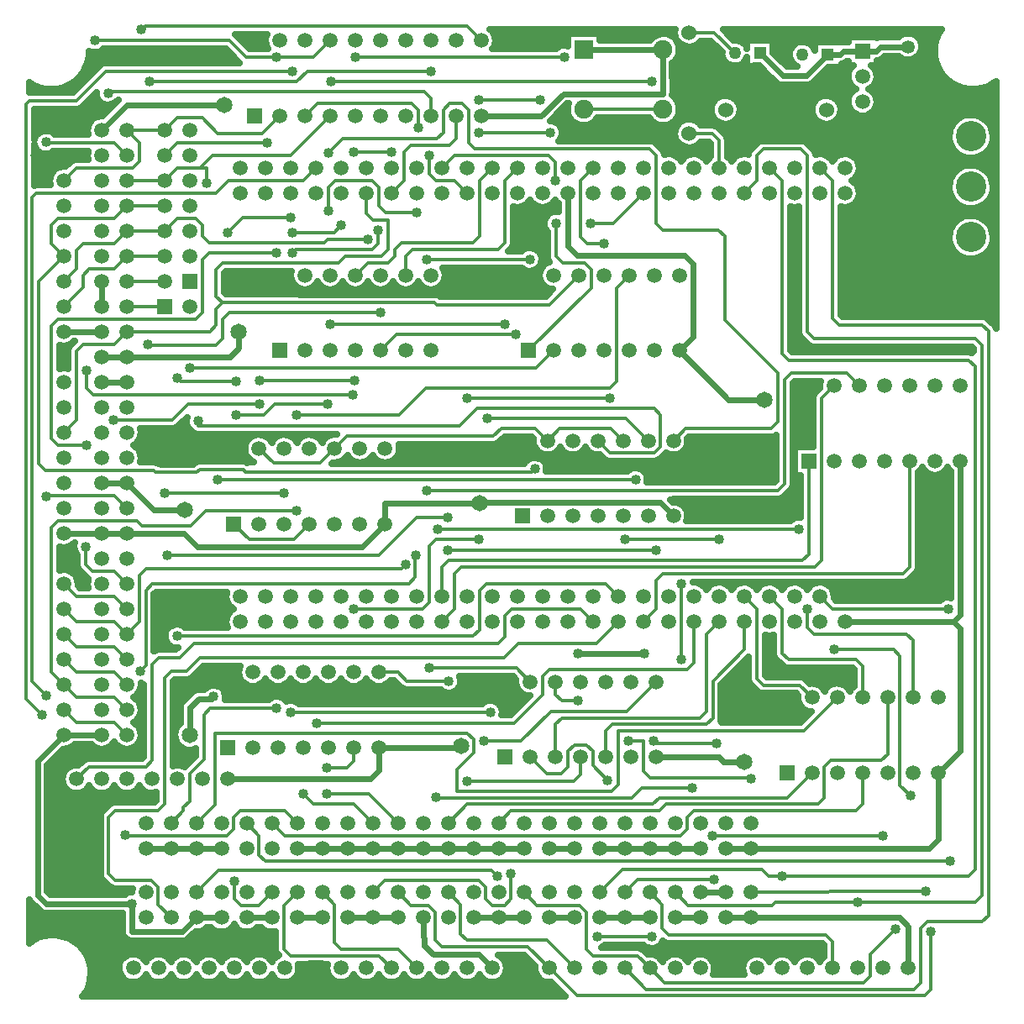
<source format=gtl>
G04 DipTrace 2.3.1.0*
%INPERTEC-SCSI.GTL*%
%MOMM*%
%ADD13C,0.559*%
%ADD14C,0.33*%
%ADD15C,0.635*%
%ADD16C,1.5*%
%ADD17R,1.5X1.5*%
%ADD18C,1.5*%
%ADD19C,1.65*%
%ADD20R,1.35X1.35*%
%ADD21C,1.35*%
%ADD22C,3.048*%
%ADD23C,1.27*%
%ADD24R,1.27X1.27*%
%ADD25C,1.524*%
%ADD26C,1.524*%
%ADD27R,1.9X1.9*%
%ADD28C,1.9*%
%ADD29C,1.016*%
%FSLAX53Y53*%
G04*
G71*
G90*
G75*
G01*
%LNTop*%
%LPD*%
X27470Y42710D2*
D13*
X28904D1*
Y43071D1*
X29793Y43960D1*
X31280D1*
X32388Y83349D2*
X33823D1*
X34437Y83963D1*
X36516D1*
X19215Y14135D2*
X20575Y12776D1*
X38811D1*
X40170Y14135D1*
X60966Y67293D2*
X62708Y65551D1*
X65347D1*
X65971Y64927D1*
X82376D1*
X83810Y66361D1*
X85416D1*
X11874Y96050D2*
X14770D1*
X87639Y41414D2*
X86230Y40005D1*
X83352D1*
X31912Y66499D2*
X29516D1*
X28425Y65408D1*
X26990D1*
X99873Y76568D2*
X89884D1*
X94177Y44209D2*
X87655D1*
X82042Y16472D2*
X90792D1*
X27470Y49574D2*
X24092D1*
X54774Y41593D2*
X56209Y43027D1*
X59194D1*
X59220Y43001D1*
X31280Y43960D2*
X33648Y41593D1*
X54774D1*
X57772Y82017D2*
X59719Y83963D1*
X61601D1*
X36516D2*
X38463Y82017D1*
X57772D1*
X40170Y14135D2*
X41530Y12776D1*
X59766D1*
X61125Y14135D1*
X85416Y71441D2*
X81763D1*
X76841Y76363D1*
X18580Y37630D2*
X14770D1*
X81445Y19215D2*
X83985D1*
X50965D2*
Y17304D1*
X51105Y17164D1*
Y16383D1*
X51993Y15495D1*
X56591D1*
X57950Y14135D1*
X81445Y26200D2*
X83985D1*
X18580Y98590D2*
X21121Y101131D1*
X30959D1*
X18580Y75730D2*
X21120D1*
X76206Y59693D2*
X74847Y61052D1*
X56769D1*
X56679Y60963D1*
X18580Y63030D2*
X21120D1*
X74460Y35401D2*
X80791D1*
X81267Y34925D1*
X83352D1*
X99860Y107010D2*
X97101D1*
X96619Y106529D1*
X95260D1*
X73292Y45860D2*
X66605D1*
X56836Y100019D2*
X62894D1*
X65122Y102247D1*
X75158D1*
Y106687D1*
X18580Y78270D2*
X14770D1*
X48425Y19215D2*
X45885D1*
X56045D2*
X58585D1*
X63665D2*
X66205D1*
X23025Y26200D2*
X25565D1*
X38265D2*
X40805D1*
X68745Y19215D2*
X71285D1*
X33185D2*
X35725D1*
X68745Y26200D2*
X71285D1*
X63665D2*
X66205D1*
X81445Y21755D2*
X78905D1*
X76365Y19215D2*
X78905D1*
X18580Y83350D2*
Y80810D1*
X38265Y19215D2*
X40805D1*
X102879Y33814D2*
X105102Y36036D1*
Y48400D1*
X104441Y49060D1*
X93510D1*
X21120Y73190D2*
X18580D1*
X76841Y76363D2*
X78201Y77722D1*
Y85094D1*
X77312Y85983D1*
X66459D1*
X65570Y86872D1*
Y92240D1*
X28105Y19215D2*
X30645D1*
X21615Y20599D2*
Y17856D1*
X26746D1*
X28105Y19215D1*
X14770Y37630D2*
X12141Y35001D1*
Y21488D1*
X13029Y20599D1*
X21615D1*
X83985Y19215D2*
X98971D1*
X99860Y18326D1*
Y14135D1*
X46520Y36360D2*
Y34074D1*
X45631Y33185D1*
X31280D1*
X54774Y36513D2*
X54622Y36360D1*
X46520D1*
X105102Y65249D2*
Y49720D1*
X104441Y49060D1*
X83985Y26200D2*
X101990D1*
X102879Y27089D1*
Y33814D1*
X21120Y75730D2*
X31499D1*
X32388Y76619D1*
Y78269D1*
X18580Y57950D2*
X14770D1*
X21120D2*
X18580D1*
X47152Y58899D2*
X44806Y56553D1*
X28235D1*
X26837Y57950D1*
X21120D1*
X56679Y60963D2*
X47152D1*
Y58899D1*
X21120Y63030D2*
X23823Y60328D1*
X26990D1*
X29870Y41485D2*
X29662Y41276D1*
X28359D1*
X27470Y40387D1*
Y37630D1*
X91767Y106211D2*
X89633Y104078D1*
X87232D1*
X84940Y106370D1*
X95260Y106529D2*
X93329D1*
X93011Y106211D1*
X91767D1*
X75158Y106687D2*
X67158D1*
X45885Y19215D2*
X43345D1*
X58585D2*
X61125D1*
X28105Y26200D2*
X30645D1*
X25565D2*
X28105D1*
X58585D2*
X61125D1*
X56045D2*
X58585D1*
X53505D2*
X56045D1*
X50965D2*
X53505D1*
X48425D2*
X50965D1*
X45885D2*
X48425D1*
X43345D2*
X45885D1*
X40805D2*
X43345D1*
X71285Y19215D2*
X73825D1*
X76365Y26200D2*
X78905D1*
X73825D2*
X76365D1*
X71285D2*
X73825D1*
X36516Y100019D2*
D14*
X34788Y98291D1*
X30259D1*
X28715Y99835D1*
X26175D1*
X24930Y98590D1*
X41427Y96298D2*
X42843Y97713D1*
X52341D1*
X53001Y98374D1*
Y100604D1*
X53661Y101264D1*
X54881D1*
X55541Y100604D1*
Y97346D1*
X56201Y96685D1*
X73775D1*
X74435Y96025D1*
Y89199D1*
X75095Y88538D1*
X80735D1*
X81395Y87878D1*
Y79436D1*
X86736Y74094D1*
Y69198D1*
X86076Y68538D1*
X77451D1*
X76206Y67293D1*
X21120Y98590D2*
X22365Y97345D1*
Y95415D1*
X21705Y94755D1*
X16015D1*
X14770Y93510D1*
X24930Y98590D2*
X21120D1*
X34452Y66499D2*
X35927Y65024D1*
X40597D1*
X42072Y66499D1*
X31912Y58899D2*
X33483Y57327D1*
X37960D1*
X39532Y58899D1*
X63506Y67293D2*
X64751Y68538D1*
X69881D1*
X71126Y67293D1*
X42072Y66499D2*
X43317Y67744D1*
X58048D1*
X58842Y68538D1*
X62261D1*
X63506Y67293D1*
X41596Y107619D2*
X39933Y105956D1*
X36227D1*
X74035Y103480D2*
X41675D1*
X36227Y105956D2*
X33105D1*
X31454Y107607D1*
X17901D1*
X12948Y97371D2*
X13023Y97295D1*
X19875D1*
X21120Y96050D1*
X35229Y97295D2*
X26175D1*
X24930Y96050D1*
X21120Y93510D2*
X24930D1*
X26175Y94755D1*
X28467D1*
X29737Y96025D1*
X37602D1*
X41596Y100019D1*
X68586Y67293D2*
X69831Y66047D1*
X74251D1*
X74911Y66708D1*
Y69895D1*
X74251Y70555D1*
X56381D1*
X54636Y68809D1*
X28302D1*
Y69304D1*
X28467Y94755D2*
X29128D1*
Y93243D1*
X24930Y90970D2*
X21120D1*
X62230Y64433D2*
D3*
X14770Y85890D2*
X12250Y83370D1*
Y64935D1*
X12910Y64275D1*
X23821D1*
X24008Y64088D1*
X28172D1*
X28448Y64363D1*
X32862D1*
X33072Y64153D1*
X61949D1*
X62230Y64433D1*
X21120Y90970D2*
X19825Y89675D1*
X14185D1*
X13525Y89015D1*
Y87135D1*
X14770Y85890D1*
X45390Y87547D2*
X41321D1*
X41003Y87230D1*
X29375D1*
X28715Y87890D1*
Y89015D1*
X28055Y89675D1*
X26175D1*
X24930Y88430D1*
X21120D2*
X19825Y87135D1*
X16675D1*
X16015Y86475D1*
Y84595D1*
X14770Y83350D1*
X24930Y88430D2*
X21120D1*
X24930Y85890D2*
X21120D1*
X32099Y73266D2*
X26568D1*
X26238Y73597D1*
X41345Y70955D2*
X36033D1*
X34960Y69882D1*
X32099D1*
X23431Y103480D2*
X38262D1*
X39335Y104553D1*
X51746D1*
X21120Y85890D2*
X19825Y84595D1*
X17336D1*
X16675Y83935D1*
Y82715D1*
X14770Y80810D1*
X17075Y74339D2*
Y72555D1*
X17735Y71895D1*
X27145D1*
X27207Y71958D1*
X43891D1*
X21120Y83350D2*
X24930D1*
X19221Y102324D2*
X19349Y102451D1*
X51096D1*
X51756Y101791D1*
Y100019D1*
X24917Y62040D2*
X36970D1*
X22545Y108751D2*
X22703D1*
X23021Y109069D1*
X55386D1*
X56836Y107619D1*
X21120Y80810D2*
X22365D1*
X24930D1*
X66681Y83963D2*
X63732Y81014D1*
X52323D1*
X52133Y81204D1*
X30791D1*
X30131Y81864D1*
Y84548D1*
X30791Y85208D1*
X42486D1*
X43146Y85868D1*
X46806D1*
X47466Y86529D1*
Y89541D1*
X45910D1*
X45250Y90201D1*
Y92240D1*
X30791Y81204D2*
X30131Y80543D1*
Y78930D1*
X29471Y78270D1*
X21120D1*
X19825Y76975D1*
X16675D1*
X16015Y76315D1*
Y69355D1*
X14770Y68110D1*
X57442Y69552D2*
X71407D1*
X73666Y67293D1*
X50508Y98857D2*
Y100604D1*
X49848Y101264D1*
X40301D1*
X39056Y100019D1*
X55410Y92240D2*
X54165Y93485D1*
X52235D1*
X51575Y94145D1*
Y96044D1*
X55378Y71615D2*
X69825D1*
X64294Y93491D2*
Y95365D1*
X63634Y96025D1*
X54115D1*
X52870Y94780D1*
X44152Y105956D2*
X65202D1*
X51333Y85566D2*
X61735D1*
X47784Y96380D2*
X43986D1*
X62808Y101663D2*
X56617D1*
X63798Y98361D2*
X56617D1*
X50343Y90272D2*
X47155D1*
X46495Y90932D1*
Y92825D1*
X45835Y93485D1*
X42075D1*
X41415Y92825D1*
Y90449D1*
X47790Y92240D2*
X49035Y93485D1*
Y96393D1*
X49695Y97053D1*
X53636D1*
X54296Y97713D1*
Y100019D1*
X46463Y88538D2*
Y87189D1*
X45803Y86529D1*
X38097D1*
X37795Y86227D1*
X64141Y76363D2*
X62365Y74587D1*
X27476D1*
X49216Y83963D2*
Y85909D1*
X49876Y86569D1*
X58535D1*
X59195Y87230D1*
Y93485D1*
X60490Y94780D1*
X60331Y77972D2*
X48285D1*
X46676Y76363D1*
X57950Y94780D2*
X56655Y93485D1*
Y87890D1*
X55995Y87230D1*
X48786D1*
X48126Y86569D1*
Y85868D1*
X47466Y85208D1*
X45381D1*
X44136Y83963D1*
X41592Y79045D2*
X59176D1*
X64376Y89198D2*
Y85868D1*
X65036Y85208D1*
X67266D1*
X67926Y84548D1*
Y82688D1*
X61601Y76363D1*
X67843Y89198D2*
X70148D1*
X73190Y92240D1*
X69247Y87135D2*
X67475D1*
X66815Y87795D1*
Y93485D1*
X68110Y94780D1*
X22441Y44044D2*
X23025Y44628D1*
Y52185D1*
X23686Y52845D1*
X49530D1*
X50190Y53505D1*
Y55778D1*
X50260Y55766D1*
X21120Y37630D2*
X19875Y38875D1*
X16065D1*
X14770Y40170D1*
X38208Y60223D2*
X29060D1*
X27561Y58725D1*
X22601D1*
X22130Y59195D1*
X14185D1*
X13525Y58535D1*
Y43955D1*
X14770Y42710D1*
X38208Y69882D2*
X48532D1*
X51269Y72618D1*
X69806D1*
X70466Y73279D1*
Y82668D1*
X71761Y83963D1*
X14770Y42710D2*
X16065Y41415D1*
X19875D1*
X21120Y40170D1*
Y42710D2*
X19875Y43955D1*
X16065D1*
X14770Y45250D1*
X46711Y80201D2*
X31451D1*
X30791Y79540D1*
Y77609D1*
X30131Y76949D1*
X23299D1*
X23266Y76981D1*
X37630Y89776D2*
X32760D1*
X31274Y88290D1*
X21120Y45250D2*
X19875Y46495D1*
X16065D1*
X14770Y47790D1*
X49187Y54775D2*
X48806Y54394D1*
X23025D1*
X22365Y53734D1*
Y49035D1*
X21120Y47790D1*
X19875Y49035D1*
X16065D1*
X14770Y50330D1*
X13030Y41567D2*
X11590Y43008D1*
Y91815D1*
X11990Y92215D1*
X30131D1*
X31401Y93485D1*
X38875D1*
X40170Y94780D1*
X14770Y52870D2*
X16065Y51575D1*
X19875D1*
X21120Y50330D1*
X36227Y86227D2*
X29375D1*
X28715Y85566D1*
Y80175D1*
X28055Y79515D1*
X14185D1*
X13525Y78855D1*
Y67488D1*
X14185Y66827D1*
X17075D1*
X42748Y89033D2*
X42005Y88290D1*
X37795D1*
X16993Y56591D2*
Y54775D1*
X17653Y54115D1*
X19875D1*
X21120Y52870D1*
X19799Y69386D2*
X25731D1*
X27300Y70955D1*
X34493D1*
Y73349D2*
X44069D1*
X12542Y39688D2*
X10955Y41276D1*
Y101207D1*
X11330Y101582D1*
X16015D1*
X18986Y104553D1*
X37795D1*
X12948Y61709D2*
X12974Y61735D1*
X19875D1*
X21120Y60490D1*
X53480Y59563D2*
X50296D1*
X46498Y55766D1*
X25165D1*
X74447Y56261D2*
X53480D1*
X26156Y47593D2*
X55995D1*
X56655Y48253D1*
Y52185D1*
X57315Y52845D1*
X69405D1*
X70650Y51600D1*
X25565Y19215D2*
X24270Y20510D1*
Y22340D1*
X23610Y23000D1*
X19952D1*
X19292Y23660D1*
Y29325D1*
X19952Y29985D1*
X24245D1*
X24905Y30645D1*
Y43370D1*
X25565Y44030D1*
X27146D1*
X28492Y45377D1*
X59112D1*
X60598Y46863D1*
X68453D1*
X70650Y49060D1*
X72384Y63360D2*
X30283D1*
X28105Y21755D2*
X30346Y23996D1*
X57842D1*
X58433Y23406D1*
X37630Y39916D2*
X57772D1*
X56617Y57334D2*
X52235D1*
X51575Y56674D1*
Y50965D1*
X50915Y50305D1*
X43999D1*
X35725Y21755D2*
X34430Y20460D1*
X32594D1*
X31934Y21120D1*
Y22911D1*
X40272Y38843D2*
X60186D1*
X63005Y41662D1*
Y43586D1*
X63665Y44246D1*
X77610D1*
X78270Y44907D1*
Y49060D1*
X47790Y14135D2*
X46545Y15380D1*
X37630D1*
X36970Y16040D1*
Y20460D1*
X38265Y21755D1*
X78080Y32322D2*
X73013D1*
X71997Y31306D1*
X52267D1*
X52241Y31331D1*
X50330Y14135D2*
X48425Y16041D1*
X42710D1*
X42050Y16701D1*
Y20510D1*
X40805Y21755D1*
X100120Y31496D2*
X99044Y32572D1*
Y45612D1*
X98384Y46272D1*
X92443D1*
X102184Y17793D2*
Y12001D1*
X101524Y11341D1*
X66459D1*
X63665Y14135D1*
X103918Y50317D2*
X92253D1*
X90970Y51600D1*
X63665Y14135D2*
X61531Y16269D1*
X52870D1*
X52210Y16929D1*
Y19800D1*
X51550Y20460D1*
X49720D1*
X48425Y21755D1*
X45885D2*
X47130Y23000D1*
X56630D1*
X57290Y22340D1*
Y21120D1*
X57950Y20460D1*
X59176D1*
X59836Y21120D1*
Y23654D1*
X66205Y14135D2*
X63411Y16929D1*
X55410D1*
X54750Y17589D1*
Y20510D1*
X53505Y21755D1*
X71285Y14135D2*
X73419Y12001D1*
X100445D1*
X101105Y12661D1*
Y18136D1*
X101765Y18796D1*
X107295D1*
X107956Y19456D1*
Y78317D1*
X107295Y78977D1*
X92875D1*
X92215Y79637D1*
Y93535D1*
X90970Y94780D1*
X98552Y18040D2*
X96025Y15514D1*
Y13322D1*
X95365Y12661D1*
X75299D1*
X73825Y14135D1*
X72580Y15380D1*
X68110D1*
X67450Y16040D1*
Y19800D1*
X66790Y20460D1*
X62420D1*
X61125Y21755D1*
X74035Y17297D2*
X68504D1*
X77006Y45282D2*
Y52876D1*
X85890Y94780D2*
X87135Y93535D1*
Y76075D1*
X87795Y75415D1*
X105975D1*
X106635Y74755D1*
Y24066D1*
X105975Y23406D1*
X87160D1*
X85833D1*
X85160Y24079D1*
X71069D1*
X68745Y21755D1*
X80308Y23076D2*
X72606D1*
X71285Y21755D1*
X92240Y14135D2*
Y16815D1*
X91580Y17475D1*
X75730D1*
X75070Y18135D1*
Y20510D1*
X73825Y21755D1*
X76365D2*
X77660Y20460D1*
X86158D1*
X86462Y20765D1*
X94755D1*
X106635D1*
X107295Y21425D1*
Y76911D1*
X106635Y77571D1*
X90335D1*
X89675Y78232D1*
Y96025D1*
X89015Y96685D1*
X85255D1*
X84595Y96025D1*
Y93485D1*
X83350Y92240D1*
X80556Y36779D2*
X74200D1*
Y37027D1*
X80143Y27451D2*
X97314D1*
X68110Y49060D2*
X66865Y50305D1*
X59855D1*
X59195Y49645D1*
Y47547D1*
X58535Y46887D1*
X27905D1*
X26413Y45395D1*
X24346D1*
X23686Y44735D1*
Y35090D1*
X23025Y34430D1*
X17285D1*
X16040Y33185D1*
X84023Y33230D2*
X83928Y33325D1*
X73825D1*
X73165Y33985D1*
Y37027D1*
X71641D1*
X20955Y27534D2*
X21043Y27445D1*
X31230D1*
X31890Y28105D1*
Y29325D1*
X32550Y29985D1*
X37020D1*
X38265Y28740D1*
X80810Y49060D2*
X79515Y47765D1*
Y40011D1*
X78855Y39350D1*
X64960D1*
X64300Y38690D1*
Y35401D1*
X71310Y57334D2*
X80804D1*
X69380Y35401D2*
Y38030D1*
X70040Y38690D1*
X79515D1*
X80175Y39350D1*
Y43069D1*
X83350Y46243D1*
Y49060D1*
Y51600D2*
X84595Y50355D1*
Y43319D1*
X85255Y42659D1*
X88934D1*
X90179Y41414D1*
X85890Y51600D2*
X87135Y50355D1*
Y45872D1*
X87795Y45212D1*
X94599D1*
X95259Y44552D1*
Y41414D1*
X89719Y50317D2*
Y48475D1*
X90379Y47815D1*
X99679D1*
X100339Y47155D1*
Y41414D1*
X55378Y32982D2*
X66180D1*
X66840Y33642D1*
Y35401D1*
X57112Y37027D2*
X60853D1*
X63836Y40011D1*
X71469D1*
X74460Y43001D1*
X92719Y41414D2*
X89335Y38030D1*
X70625D1*
Y32626D1*
X69965Y31966D1*
X54375D1*
Y34156D1*
X56094Y35875D1*
Y37172D1*
X55434Y37833D1*
X29985D1*
Y30620D1*
X28105Y28740D1*
X90179Y33814D2*
X87671Y31306D1*
X74819D1*
X74158Y30645D1*
X55410D1*
X53505Y28740D1*
X97799Y41414D2*
Y35719D1*
X97139Y35059D1*
X92084D1*
X91424Y34399D1*
Y31306D1*
X90764Y30645D1*
X75479D1*
X74819Y29985D1*
X59830D1*
X58585Y28740D1*
X35725D2*
X37020Y27445D1*
X76950D1*
X77610Y28105D1*
Y29325D1*
X78270Y29985D1*
X94599D1*
X95259Y30645D1*
Y33814D1*
X104083Y24892D2*
X35090D1*
X34430Y25552D1*
Y27495D1*
X33185Y28740D1*
X36227Y40329D2*
X29528D1*
X28867Y39669D1*
Y35141D1*
X27445Y33719D1*
Y30963D1*
X26810Y30328D1*
Y29985D1*
X25565Y28740D1*
X38868Y31661D2*
X39884Y30645D1*
X43980D1*
X45885Y28740D1*
X53562Y43053D2*
X49333D1*
X48426Y43960D1*
X46520D1*
X41262Y34303D2*
X43320D1*
X43980Y34963D1*
Y36360D1*
X41262Y31661D2*
X45504D1*
X48425Y28740D1*
X66605Y41072D2*
X64960D1*
X64300Y41732D1*
Y43001D1*
X69577Y33064D2*
X68085Y34556D1*
Y35986D1*
X67425Y36646D1*
X66205D1*
X65545Y35986D1*
Y34385D1*
X64885Y33725D1*
X63436D1*
X61760Y35401D1*
X51333Y62287D2*
X86736D1*
X87397Y62947D1*
Y73434D1*
X88057Y74094D1*
X93697D1*
X94942Y72849D1*
X88811Y58407D2*
X52407D1*
X101606Y21920D2*
X91985D1*
X91820Y21755D1*
X83985D1*
X51581Y44374D2*
X60387D1*
X61760Y43001D1*
X52870Y49060D2*
X54115Y50305D1*
Y53880D1*
X54775Y54540D1*
X90447D1*
X91107Y55200D1*
Y71555D1*
X92402Y72849D1*
X89862Y65249D2*
Y55860D1*
X89202Y55200D1*
X53530D1*
X52870Y54540D1*
Y51600D1*
X73190Y49060D2*
X74435Y50305D1*
Y53219D1*
X75095Y53880D1*
X99361D1*
X100022Y54540D1*
Y65249D1*
X77795Y108433D2*
X80337D1*
X82400Y106370D1*
X77795Y98273D2*
X80150D1*
X80810Y97613D1*
Y94780D1*
X75158Y100687D2*
X67158D1*
D29*
X11874Y96050D3*
X89884Y76568D3*
X99873D3*
X87655Y44209D3*
X94177D3*
X90792Y16472D3*
X82042D3*
X24092Y49574D3*
X27470D3*
X57772Y82017D3*
X66605Y45860D3*
X73292D3*
X21615Y20599D3*
X29870Y41485D3*
X41427Y96298D3*
X17901Y107607D3*
X41675Y103480D3*
X74035D3*
X12948Y97371D3*
X35236Y97288D3*
X36227Y105956D3*
X29127Y93243D3*
X28302Y69304D3*
X45390Y87547D3*
X26238Y73597D3*
X32099Y73266D3*
Y69882D3*
X41345Y70955D3*
X51746Y104553D3*
X23431Y103480D3*
X19221Y102324D3*
X43904Y71945D3*
X17075Y74339D3*
X36970Y62040D3*
X24917D3*
X22545Y108751D3*
X57442Y69552D3*
X50508Y98857D3*
X51581Y96050D3*
X69825Y71615D3*
X55378D3*
X65202Y105956D3*
X44152D3*
X64294Y93491D3*
X61735Y85566D3*
X51333D3*
X43986Y96380D3*
X47784D3*
X56617Y101663D3*
X62808D3*
X56617Y98361D3*
X63798D3*
X41427Y90437D3*
X50343Y90272D3*
X37795Y86227D3*
X46463Y88538D3*
X27476Y74587D3*
X60331Y77972D3*
X59176Y79045D3*
X41592D3*
X64376Y89198D3*
X67843D3*
X69247Y87135D3*
X50260Y55766D3*
X22441Y44044D3*
X38208Y69882D3*
Y60223D3*
X23266Y76981D3*
X46711Y80201D3*
X31274Y88290D3*
X37630Y89776D3*
X49187Y54775D3*
X13030Y41567D3*
X17075Y66827D3*
X36227Y86227D3*
X37795Y88290D3*
X42748Y89033D3*
X16993Y56591D3*
X34493Y70955D3*
X44069Y73349D3*
X34493D3*
X19799Y69386D3*
X37795Y104553D3*
X12542Y39688D3*
X12948Y61709D3*
X25165Y55766D3*
X53480Y59563D3*
Y56261D3*
X74447D3*
X26156Y47593D3*
X30283Y63360D3*
X72384D3*
X58433Y23406D3*
X57772Y39916D3*
X37630D3*
X43986Y50317D3*
X56617Y57334D3*
X31934Y22911D3*
X40272Y38843D3*
X52241Y31331D3*
X78080Y32322D3*
X103918Y50317D3*
X102184Y17793D3*
X59836Y23654D3*
X98552Y18040D3*
X68504Y17297D3*
X74035D3*
X77006Y52876D3*
Y45282D3*
X87160Y23406D3*
X80308Y23076D3*
X94755Y20765D3*
X74200Y37027D3*
X80556Y36779D3*
X97314Y27451D3*
X80143D3*
X71641Y37027D3*
X84023Y33230D3*
X20955Y27534D3*
X80804Y57334D3*
X71310D3*
X89719Y50317D3*
X55378Y32982D3*
X57112Y37027D3*
X104083Y24892D3*
X36227Y40329D3*
X38868Y31661D3*
X53562Y43053D3*
X41262Y34303D3*
Y31661D3*
X66605Y41072D3*
X69577Y33064D3*
X51333Y62287D3*
X52407Y58407D3*
X88811D3*
X101606Y21920D3*
X51581Y44374D3*
X62230Y64433D3*
X92443Y46272D3*
X100120Y31496D3*
X32192Y108118D2*
D15*
X35121D1*
X58227D2*
X65472D1*
X68843D2*
X74332D1*
X75987D2*
X76336D1*
X81901D2*
X99028D1*
X100693D2*
X102828D1*
X32827Y107487D2*
X35032D1*
X58316D2*
X65472D1*
X78934D2*
X80037D1*
X83141D2*
X83576D1*
X86316D2*
X88878D1*
X89580D2*
X90396D1*
X93142D2*
X93769D1*
X101189D2*
X102600D1*
X33452Y106855D2*
X35250D1*
X58098D2*
X64371D1*
X76840D2*
X80662D1*
X86316D2*
X88024D1*
X101258D2*
X102490D1*
X17379Y106223D2*
X31589D1*
X76781D2*
X81039D1*
X86494D2*
X87856D1*
X101020D2*
X102490D1*
X17269Y105592D2*
X32224D1*
X76414D2*
X81287D1*
X87129D2*
X88014D1*
X96853D2*
X102600D1*
X17051Y104960D2*
X18145D1*
X76176D2*
X84939D1*
X93142D2*
X94156D1*
X96367D2*
X102818D1*
X16694Y104328D2*
X17510D1*
X76176D2*
X85574D1*
X91297D2*
X93819D1*
X96704D2*
X103175D1*
X16138Y103697D2*
X16884D1*
X76176D2*
X86199D1*
X90662D2*
X93809D1*
X96714D2*
X103731D1*
X11341Y103065D2*
X11814D1*
X15186D2*
X16249D1*
X76176D2*
X94116D1*
X96406D2*
X104683D1*
X108055D2*
X108692D1*
X11341Y102433D2*
X15614D1*
X76176D2*
X94166D1*
X96347D2*
X108692D1*
X17488Y101802D2*
X18095D1*
X76404D2*
X80523D1*
X82377D2*
X90683D1*
X92537D2*
X93819D1*
X96704D2*
X108692D1*
X16853Y101170D2*
X18909D1*
X76771D2*
X80047D1*
X82853D2*
X90207D1*
X93013D2*
X93799D1*
X96714D2*
X108692D1*
X11852Y100538D2*
X19117D1*
X64825D2*
X65482D1*
X76840D2*
X79958D1*
X82942D2*
X90118D1*
X93102D2*
X94106D1*
X96416D2*
X108692D1*
X11852Y99907D2*
X17976D1*
X64190D2*
X65670D1*
X76642D2*
X80156D1*
X82734D2*
X90316D1*
X92894D2*
X105140D1*
X107281D2*
X108692D1*
X11852Y99275D2*
X17271D1*
X64607D2*
X66295D1*
X68020D2*
X74292D1*
X76017D2*
X76703D1*
X78884D2*
X80990D1*
X81910D2*
X91150D1*
X92070D2*
X104395D1*
X108025D2*
X108692D1*
X11852Y98643D2*
X17093D1*
X65013D2*
X76346D1*
X81027D2*
X104058D1*
X108362D2*
X108692D1*
X64994Y98012D2*
X76316D1*
X81613D2*
X103949D1*
X74310Y97380D2*
X76604D1*
X78983D2*
X79799D1*
X81712D2*
X84720D1*
X89550D2*
X104028D1*
X74965Y96748D2*
X79908D1*
X81712D2*
X84065D1*
X90205D2*
X104306D1*
X108114D2*
X108692D1*
X11852Y96117D2*
X17093D1*
X76285D2*
X77715D1*
X78825D2*
X79908D1*
X81712D2*
X82795D1*
X91525D2*
X92955D1*
X94065D2*
X104941D1*
X107479D2*
X108692D1*
X11852Y95485D2*
X15545D1*
X94809D2*
X108692D1*
X11852Y94853D2*
X14235D1*
X94997D2*
X105189D1*
X107231D2*
X108692D1*
X11852Y94222D2*
X13471D1*
X94878D2*
X104415D1*
X108005D2*
X108692D1*
X11852Y93590D2*
X13283D1*
X94352D2*
X104068D1*
X108352D2*
X108692D1*
X94799Y92958D2*
X103949D1*
X94997Y92327D2*
X104018D1*
X94888Y91695D2*
X104296D1*
X108124D2*
X108692D1*
X61352Y91063D2*
X62168D1*
X63892D2*
X64559D1*
X94372D2*
X104901D1*
X107519D2*
X108692D1*
X60092Y90432D2*
X64559D1*
X88032D2*
X88778D1*
X93112D2*
X108692D1*
X60092Y89800D2*
X63299D1*
X88032D2*
X88778D1*
X93112D2*
X105249D1*
X107172D2*
X108692D1*
X60092Y89168D2*
X63130D1*
X88032D2*
X88778D1*
X93112D2*
X104435D1*
X107985D2*
X108692D1*
X60092Y88537D2*
X63339D1*
X88032D2*
X88778D1*
X93112D2*
X104078D1*
X108342D2*
X108692D1*
X60092Y87905D2*
X63478D1*
X88032D2*
X88778D1*
X93112D2*
X103949D1*
X60092Y87273D2*
X63478D1*
X88032D2*
X88778D1*
X93112D2*
X104008D1*
X59854Y86642D2*
X61186D1*
X62285D2*
X63478D1*
X88032D2*
X88778D1*
X93112D2*
X104276D1*
X108144D2*
X108692D1*
X62890Y86010D2*
X63478D1*
X88032D2*
X88778D1*
X93112D2*
X104862D1*
X107558D2*
X108692D1*
X62960Y85378D2*
X63636D1*
X88032D2*
X88778D1*
X93112D2*
X108692D1*
X88032Y84747D2*
X88778D1*
X93112D2*
X108692D1*
X31031Y84115D2*
X37581D1*
X53236D2*
X62664D1*
X88032D2*
X88778D1*
X93112D2*
X108692D1*
X31031Y83483D2*
X37651D1*
X53157D2*
X62733D1*
X88032D2*
X88778D1*
X93112D2*
X108692D1*
X31031Y82852D2*
X38107D1*
X40010D2*
X40647D1*
X42550D2*
X43187D1*
X45090D2*
X45727D1*
X47630D2*
X48267D1*
X50170D2*
X50807D1*
X52710D2*
X63190D1*
X88032D2*
X88778D1*
X93112D2*
X108692D1*
X31031Y82220D2*
X63686D1*
X88032D2*
X88778D1*
X93112D2*
X108692D1*
X88032Y81588D2*
X88778D1*
X93112D2*
X108692D1*
X88032Y80957D2*
X88778D1*
X93112D2*
X108692D1*
X88032Y80325D2*
X88778D1*
X93112D2*
X108692D1*
X88032Y79693D2*
X88778D1*
X107797D2*
X108692D1*
X88032Y79062D2*
X88778D1*
X88032Y78430D2*
X88778D1*
X88032Y77798D2*
X88897D1*
X88032Y77167D2*
X89493D1*
X14422Y76535D2*
X15148D1*
X88032D2*
X106390D1*
X14422Y75903D2*
X15118D1*
X14422Y75272D2*
X15118D1*
X14422Y74640D2*
X15118D1*
X88300Y72745D2*
X90921D1*
X88300Y72113D2*
X90415D1*
X88300Y71482D2*
X90207D1*
X88300Y70850D2*
X90207D1*
X88300Y70218D2*
X90207D1*
X88300Y69587D2*
X90207D1*
X26546Y68955D2*
X27114D1*
X88300D2*
X90207D1*
X22588Y68323D2*
X27550D1*
X88300D2*
X90207D1*
X22548Y67692D2*
X33613D1*
X35288D2*
X36153D1*
X37828D2*
X38693D1*
X40368D2*
X41233D1*
X59249D2*
X61860D1*
X77852D2*
X86496D1*
X88300D2*
X90207D1*
X22141Y67060D2*
X33077D1*
X58594D2*
X62039D1*
X77674D2*
X86496D1*
X88300D2*
X90207D1*
X22320Y66428D2*
X32968D1*
X48632D2*
X62317D1*
X77396D2*
X86496D1*
X22588Y65797D2*
X33146D1*
X48454D2*
X68835D1*
X75253D2*
X86496D1*
X22548Y65165D2*
X28146D1*
X33164D2*
X33891D1*
X42630D2*
X44051D1*
X45170D2*
X46591D1*
X47710D2*
X61235D1*
X63218D2*
X86496D1*
X63466Y64533D2*
X86496D1*
X73497Y63902D2*
X86496D1*
X100921D2*
X102044D1*
X103084D2*
X104088D1*
X73626Y63270D2*
X86467D1*
X88300D2*
X88957D1*
X100921D2*
X104088D1*
X88241Y62638D2*
X88957D1*
X100921D2*
X104088D1*
X87705Y62007D2*
X88957D1*
X100921D2*
X104088D1*
X75937Y61375D2*
X88957D1*
X100921D2*
X104088D1*
X77227Y60743D2*
X88957D1*
X100921D2*
X104088D1*
X77634Y60112D2*
X88957D1*
X100921D2*
X104088D1*
X77674Y59480D2*
X88252D1*
X100921D2*
X104088D1*
X100921Y58848D2*
X104088D1*
X100921Y58217D2*
X104088D1*
X100921Y57585D2*
X104088D1*
X100921Y56953D2*
X104088D1*
X14422Y56322D2*
X15783D1*
X100921D2*
X104088D1*
X14422Y55690D2*
X16091D1*
X100921D2*
X104088D1*
X14422Y55058D2*
X16091D1*
X100921D2*
X104088D1*
X14422Y54427D2*
X16170D1*
X100911D2*
X104088D1*
X15910Y53795D2*
X16726D1*
X100524D2*
X104088D1*
X16228Y53163D2*
X17123D1*
X99859D2*
X104088D1*
X16357Y52532D2*
X17132D1*
X92110D2*
X104088D1*
X23987Y51900D2*
X31093D1*
X92428D2*
X104088D1*
X23927Y51268D2*
X31102D1*
X92547D2*
X103155D1*
X23927Y50637D2*
X31440D1*
X23927Y50005D2*
X31420D1*
X23927Y49373D2*
X31102D1*
X23927Y48742D2*
X25814D1*
X26497D2*
X31102D1*
X23927Y48110D2*
X25030D1*
X23927Y47478D2*
X24921D1*
X85492D2*
X86238D1*
X23927Y46847D2*
X25179D1*
X85492D2*
X86238D1*
X85492Y46215D2*
X86238D1*
X85492Y45583D2*
X86288D1*
X83309Y44952D2*
X83698D1*
X85492D2*
X86804D1*
X28680Y44320D2*
X32382D1*
X82674D2*
X83698D1*
X85492D2*
X94245D1*
X28054Y43688D2*
X32363D1*
X82039D2*
X83698D1*
X85492D2*
X94354D1*
X25842Y43057D2*
X32660D1*
X47680D2*
X48079D1*
X54804D2*
X60273D1*
X81414D2*
X83738D1*
X89788D2*
X94354D1*
X25802Y42425D2*
X29088D1*
X30644D2*
X48714D1*
X54625D2*
X60392D1*
X81077D2*
X84244D1*
X91247D2*
X91656D1*
X93787D2*
X94196D1*
X22270Y41793D2*
X22788D1*
X25802D2*
X27471D1*
X31071D2*
X60947D1*
X81077D2*
X88550D1*
X22201Y41162D2*
X22788D1*
X25802D2*
X26836D1*
X37123D2*
X61255D1*
X81077D2*
X88719D1*
X25802Y40530D2*
X26469D1*
X58842D2*
X60620D1*
X81077D2*
X88997D1*
X25802Y39898D2*
X26459D1*
X59021D2*
X59995D1*
X81077D2*
X89959D1*
X22280Y39267D2*
X22788D1*
X25802D2*
X26459D1*
X81077D2*
X89324D1*
X22191Y38635D2*
X22788D1*
X25802D2*
X26300D1*
X22290Y36740D2*
X22788D1*
X25802D2*
X26201D1*
X14660Y36108D2*
X22788D1*
X25802D2*
X27967D1*
X14025Y35477D2*
X22788D1*
X25802D2*
X27957D1*
X13400Y34845D2*
X16448D1*
X25802D2*
X27322D1*
X13152Y34213D2*
X14989D1*
X13152Y33582D2*
X14612D1*
X13152Y32950D2*
X14573D1*
X13152Y32318D2*
X14850D1*
X13152Y31687D2*
X24008D1*
X13152Y31055D2*
X24008D1*
X13152Y30423D2*
X19147D1*
X13152Y29792D2*
X18531D1*
X13152Y29160D2*
X18393D1*
X13152Y28528D2*
X18393D1*
X13152Y27897D2*
X18393D1*
X13152Y27265D2*
X18393D1*
X13152Y26633D2*
X18393D1*
X13152Y26002D2*
X18393D1*
X13152Y25370D2*
X18393D1*
X13152Y24738D2*
X18393D1*
X13152Y24107D2*
X18393D1*
X13152Y23475D2*
X18412D1*
X13152Y22843D2*
X18859D1*
X13152Y22212D2*
X19603D1*
X13459Y21580D2*
X20893D1*
X11341Y20317D2*
X11904D1*
X11341Y19685D2*
X12697D1*
X11341Y19053D2*
X20595D1*
X11341Y18422D2*
X20595D1*
X11341Y17790D2*
X20605D1*
X28094D2*
X36073D1*
X11341Y17158D2*
X12052D1*
X15265D2*
X20903D1*
X27459D2*
X36073D1*
X16257Y16527D2*
X36073D1*
X74995D2*
X91279D1*
X16823Y15895D2*
X36083D1*
X73318D2*
X91338D1*
X17200Y15263D2*
X20823D1*
X22687D2*
X23363D1*
X25227D2*
X25903D1*
X27767D2*
X28443D1*
X30307D2*
X30983D1*
X32847D2*
X33523D1*
X35387D2*
X36063D1*
X58882D2*
X61285D1*
X74757D2*
X75433D1*
X77297D2*
X77973D1*
X79837D2*
X83688D1*
X85552D2*
X86228D1*
X88092D2*
X88768D1*
X90632D2*
X91308D1*
X17418Y14632D2*
X20357D1*
X59348D2*
X61920D1*
X80303D2*
X83222D1*
X17537Y14000D2*
X20278D1*
X38472D2*
X41233D1*
X59427D2*
X62188D1*
X80382D2*
X83143D1*
X17537Y13368D2*
X20496D1*
X38254D2*
X41451D1*
X59209D2*
X62406D1*
X17438Y12737D2*
X21429D1*
X22073D2*
X23969D1*
X24613D2*
X26509D1*
X27153D2*
X29049D1*
X29693D2*
X31589D1*
X32233D2*
X34129D1*
X34773D2*
X36669D1*
X37313D2*
X42384D1*
X43028D2*
X44924D1*
X45568D2*
X47464D1*
X48108D2*
X50004D1*
X50648D2*
X52544D1*
X53188D2*
X55084D1*
X55728D2*
X57624D1*
X58268D2*
X63339D1*
X17220Y12105D2*
X64450D1*
X16863Y11473D2*
X65075D1*
X89701Y52233D2*
X89838Y52463D1*
X90057Y52692D1*
X90321Y52867D1*
X90618Y52979D1*
X90931Y53023D1*
X91247Y52996D1*
X91549Y52900D1*
X91822Y52740D1*
X92053Y52523D1*
X92231Y52260D1*
X92346Y51965D1*
X92393Y51600D1*
X92370Y51393D1*
X92594Y51161D1*
X99238Y51156D1*
X103078D1*
X103446Y51400D1*
X103750Y51487D1*
X104067Y51489D1*
X104153Y51466D1*
X104149Y64196D1*
X104002Y64346D1*
X103835Y64604D1*
X103678Y64366D1*
X103455Y64141D1*
X103187Y63971D1*
X102889Y63864D1*
X102575Y63826D1*
X102259Y63859D1*
X101959Y63960D1*
X101689Y64125D1*
X101462Y64346D1*
X101295Y64604D1*
X101138Y64366D1*
X100856Y64104D1*
X100860Y54540D1*
X100801Y54230D1*
X100614Y53947D1*
X99954Y53287D1*
X99693Y53110D1*
X99361Y53041D1*
X78178D1*
X78547Y52996D1*
X78849Y52900D1*
X79122Y52740D1*
X79353Y52523D1*
X79542Y52233D1*
X79678Y52463D1*
X79897Y52692D1*
X80161Y52867D1*
X80458Y52979D1*
X80771Y53023D1*
X81087Y52996D1*
X81389Y52900D1*
X81662Y52740D1*
X81893Y52523D1*
X82082Y52233D1*
X82218Y52463D1*
X82437Y52692D1*
X82701Y52867D1*
X82998Y52979D1*
X83311Y53023D1*
X83627Y52996D1*
X83929Y52900D1*
X84202Y52740D1*
X84433Y52523D1*
X84622Y52233D1*
X84758Y52463D1*
X84977Y52692D1*
X85241Y52867D1*
X85538Y52979D1*
X85851Y53023D1*
X86167Y52996D1*
X86469Y52900D1*
X86742Y52740D1*
X86973Y52523D1*
X87162Y52233D1*
X87298Y52463D1*
X87517Y52692D1*
X87781Y52867D1*
X88078Y52979D1*
X88391Y53023D1*
X88707Y52996D1*
X89009Y52900D1*
X89282Y52740D1*
X89513Y52523D1*
X89702Y52233D1*
X29158Y18269D2*
X28998Y18107D1*
X28731Y17937D1*
X28433Y17830D1*
X28029Y17801D1*
X27419Y17182D1*
X27162Y16999D1*
X26880Y16913D1*
X25476Y16903D1*
X21615D1*
X21304Y16956D1*
X21026Y17107D1*
X20814Y17341D1*
X20672Y17721D1*
X20663Y19126D1*
Y19647D1*
X13029D1*
X12718Y19699D1*
X12458Y19838D1*
X11467Y20815D1*
X11291Y21062D1*
X11278Y19850D1*
Y16645D1*
X11616Y16894D1*
X12179Y17187D1*
X12782Y17383D1*
X13409Y17477D1*
X14043Y17465D1*
X14667Y17350D1*
X15263Y17132D1*
X15815Y16820D1*
X16307Y16420D1*
X16727Y15945D1*
X17063Y15406D1*
X17304Y14820D1*
X17446Y14202D1*
X17485Y13659D1*
X17432Y13027D1*
X17276Y12412D1*
X17020Y11832D1*
X16672Y11301D1*
X16653Y11279D1*
X65342Y11278D1*
X63881Y12734D1*
X63678Y12712D1*
X63363Y12744D1*
X63063Y12846D1*
X62792Y13011D1*
X62565Y13232D1*
X62393Y13498D1*
X62283Y13795D1*
X62242Y14109D1*
X62265Y14356D1*
X61185Y15430D1*
X58545Y15431D1*
X58802Y15275D1*
X59033Y15058D1*
X59211Y14795D1*
X59326Y14500D1*
X59373Y14135D1*
X59338Y13820D1*
X59234Y13521D1*
X59066Y13252D1*
X58843Y13027D1*
X58576Y12857D1*
X58278Y12750D1*
X57963Y12712D1*
X57648Y12744D1*
X57348Y12846D1*
X57077Y13011D1*
X56850Y13232D1*
X56683Y13489D1*
X56526Y13252D1*
X56303Y13027D1*
X56036Y12857D1*
X55738Y12750D1*
X55423Y12712D1*
X55108Y12744D1*
X54808Y12846D1*
X54537Y13011D1*
X54310Y13232D1*
X54143Y13489D1*
X53986Y13252D1*
X53763Y13027D1*
X53496Y12857D1*
X53198Y12750D1*
X52883Y12712D1*
X52568Y12744D1*
X52268Y12846D1*
X51997Y13011D1*
X51770Y13232D1*
X51603Y13489D1*
X51446Y13252D1*
X51223Y13027D1*
X50956Y12857D1*
X50658Y12750D1*
X50343Y12712D1*
X50028Y12744D1*
X49728Y12846D1*
X49457Y13011D1*
X49230Y13232D1*
X49063Y13489D1*
X48906Y13252D1*
X48683Y13027D1*
X48416Y12857D1*
X48118Y12750D1*
X47803Y12712D1*
X47488Y12744D1*
X47188Y12846D1*
X46917Y13011D1*
X46690Y13232D1*
X46523Y13489D1*
X46366Y13252D1*
X46143Y13027D1*
X45876Y12857D1*
X45578Y12750D1*
X45263Y12712D1*
X44948Y12744D1*
X44648Y12846D1*
X44377Y13011D1*
X44150Y13232D1*
X43983Y13489D1*
X43826Y13252D1*
X43603Y13027D1*
X43336Y12857D1*
X43038Y12750D1*
X42723Y12712D1*
X42408Y12744D1*
X42108Y12846D1*
X41837Y13011D1*
X41610Y13232D1*
X41438Y13498D1*
X41328Y13795D1*
X41287Y14109D1*
X41317Y14425D1*
X41357Y14547D1*
X38359Y14542D1*
X38418Y14135D1*
X38383Y13820D1*
X38279Y13521D1*
X38111Y13252D1*
X37888Y13027D1*
X37621Y12857D1*
X37323Y12750D1*
X37008Y12712D1*
X36693Y12744D1*
X36393Y12846D1*
X36122Y13011D1*
X35895Y13232D1*
X35728Y13489D1*
X35571Y13252D1*
X35348Y13027D1*
X35081Y12857D1*
X34783Y12750D1*
X34468Y12712D1*
X34153Y12744D1*
X33853Y12846D1*
X33582Y13011D1*
X33355Y13232D1*
X33188Y13489D1*
X33031Y13252D1*
X32808Y13027D1*
X32541Y12857D1*
X32243Y12750D1*
X31928Y12712D1*
X31613Y12744D1*
X31313Y12846D1*
X31042Y13011D1*
X30815Y13232D1*
X30648Y13489D1*
X30491Y13252D1*
X30268Y13027D1*
X30001Y12857D1*
X29703Y12750D1*
X29388Y12712D1*
X29073Y12744D1*
X28773Y12846D1*
X28502Y13011D1*
X28275Y13232D1*
X28108Y13489D1*
X27951Y13252D1*
X27728Y13027D1*
X27461Y12857D1*
X27163Y12750D1*
X26848Y12712D1*
X26533Y12744D1*
X26233Y12846D1*
X25962Y13011D1*
X25735Y13232D1*
X25568Y13489D1*
X25411Y13252D1*
X25188Y13027D1*
X24921Y12857D1*
X24623Y12750D1*
X24308Y12712D1*
X23993Y12744D1*
X23693Y12846D1*
X23422Y13011D1*
X23195Y13232D1*
X23028Y13489D1*
X22871Y13252D1*
X22648Y13027D1*
X22381Y12857D1*
X22083Y12750D1*
X21768Y12712D1*
X21453Y12744D1*
X21153Y12846D1*
X20882Y13011D1*
X20655Y13232D1*
X20483Y13498D1*
X20373Y13795D1*
X20332Y14109D1*
X20362Y14425D1*
X20460Y14726D1*
X20623Y14998D1*
X20842Y15227D1*
X21106Y15402D1*
X21403Y15514D1*
X21716Y15558D1*
X22032Y15531D1*
X22334Y15435D1*
X22607Y15275D1*
X22838Y15058D1*
X23027Y14768D1*
X23163Y14998D1*
X23382Y15227D1*
X23646Y15402D1*
X23943Y15514D1*
X24256Y15558D1*
X24572Y15531D1*
X24874Y15435D1*
X25147Y15275D1*
X25378Y15058D1*
X25567Y14768D1*
X25703Y14998D1*
X25922Y15227D1*
X26186Y15402D1*
X26483Y15514D1*
X26796Y15558D1*
X27112Y15531D1*
X27414Y15435D1*
X27687Y15275D1*
X27918Y15058D1*
X28107Y14768D1*
X28243Y14998D1*
X28462Y15227D1*
X28726Y15402D1*
X29023Y15514D1*
X29336Y15558D1*
X29652Y15531D1*
X29954Y15435D1*
X30227Y15275D1*
X30458Y15058D1*
X30647Y14768D1*
X30783Y14998D1*
X31002Y15227D1*
X31266Y15402D1*
X31563Y15514D1*
X31876Y15558D1*
X32192Y15531D1*
X32494Y15435D1*
X32767Y15275D1*
X32998Y15058D1*
X33187Y14768D1*
X33323Y14998D1*
X33542Y15227D1*
X33806Y15402D1*
X34103Y15514D1*
X34416Y15558D1*
X34732Y15531D1*
X35034Y15435D1*
X35307Y15275D1*
X35538Y15058D1*
X35727Y14768D1*
X35863Y14998D1*
X36082Y15227D1*
X36411Y15426D1*
X36200Y15709D1*
X36132Y16040D1*
Y17856D1*
X35738Y17792D1*
X35423Y17824D1*
X35123Y17926D1*
X34852Y18091D1*
X34675Y18264D1*
X34247Y18263D1*
X34078Y18107D1*
X33811Y17937D1*
X33513Y17830D1*
X33198Y17792D1*
X32883Y17824D1*
X32583Y17926D1*
X32312Y18091D1*
X32085Y18312D1*
X31918Y18569D1*
X31761Y18332D1*
X31538Y18107D1*
X31271Y17937D1*
X30973Y17830D1*
X30658Y17792D1*
X30343Y17824D1*
X30043Y17926D1*
X29772Y18091D1*
X29595Y18264D1*
X29167Y18263D1*
X17243Y98129D2*
X17198Y98250D1*
X17157Y98564D1*
X17187Y98880D1*
X17285Y99181D1*
X17448Y99453D1*
X17667Y99682D1*
X17931Y99857D1*
X18228Y99969D1*
X18541Y100013D1*
X18650Y100003D1*
X20257Y101614D1*
X19783Y101285D1*
X19487Y101173D1*
X19172Y101144D1*
X18860Y101199D1*
X18574Y101336D1*
X18335Y101543D1*
X18160Y101807D1*
X18060Y102107D1*
X18047Y102433D1*
X16608Y100989D1*
X16347Y100812D1*
X16015Y100744D1*
X11798D1*
X11793Y97625D1*
X11839Y97779D1*
X11988Y98059D1*
X12205Y98289D1*
X12475Y98453D1*
X12780Y98540D1*
X13096Y98543D1*
X13402Y98461D1*
X13675Y98301D1*
X13834Y98138D1*
X17240Y98133D1*
X17243Y95589D2*
X17198Y95710D1*
X17157Y96024D1*
X17187Y96340D1*
X17227Y96462D1*
X13694Y96457D1*
X13509Y96332D1*
X13213Y96220D1*
X12898Y96191D1*
X12586Y96246D1*
X12301Y96383D1*
X12061Y96590D1*
X11886Y96854D1*
X11790Y97145D1*
X11793Y93022D1*
X11990Y93053D1*
X13428D1*
X13388Y93170D1*
X13347Y93484D1*
X13377Y93800D1*
X13475Y94101D1*
X13638Y94373D1*
X13857Y94602D1*
X14121Y94777D1*
X14418Y94889D1*
X14731Y94933D1*
X14978Y94912D1*
X15423Y95348D1*
X15684Y95525D1*
X16015Y95593D1*
X17236D1*
X17243Y52409D2*
X17198Y52530D1*
X17157Y52844D1*
X17187Y53160D1*
X17258Y53376D1*
X17060Y53523D1*
X16400Y54183D1*
X16223Y54444D1*
X16154Y54775D1*
Y55758D1*
X15931Y56074D1*
X15832Y56374D1*
X15816Y56691D1*
X15882Y56990D1*
X15396Y56672D1*
X15098Y56565D1*
X14783Y56527D1*
X14468Y56559D1*
X14365Y56594D1*
X14363Y54239D1*
X14731Y54293D1*
X15047Y54266D1*
X15349Y54170D1*
X15622Y54010D1*
X15853Y53793D1*
X16031Y53530D1*
X16146Y53235D1*
X16193Y52870D1*
X16170Y52663D1*
X16408Y52417D1*
X17226Y52413D1*
X22526Y42869D2*
X22543Y42710D1*
X22508Y42395D1*
X22404Y42096D1*
X22236Y41827D1*
X22013Y41602D1*
X21759Y41435D1*
X21972Y41310D1*
X22203Y41093D1*
X22381Y40830D1*
X22496Y40535D1*
X22543Y40170D1*
X22508Y39855D1*
X22404Y39556D1*
X22236Y39287D1*
X22013Y39062D1*
X21759Y38895D1*
X21972Y38770D1*
X22203Y38553D1*
X22381Y38290D1*
X22496Y37995D1*
X22543Y37630D1*
X22508Y37315D1*
X22404Y37016D1*
X22236Y36747D1*
X22013Y36522D1*
X21746Y36352D1*
X21448Y36245D1*
X21133Y36207D1*
X20818Y36239D1*
X20518Y36341D1*
X20247Y36506D1*
X20020Y36727D1*
X19848Y36991D1*
X19696Y36747D1*
X19473Y36522D1*
X19206Y36352D1*
X18908Y36245D1*
X18593Y36207D1*
X18278Y36239D1*
X17978Y36341D1*
X17707Y36506D1*
X17530Y36679D1*
X15832Y36678D1*
X15663Y36522D1*
X15396Y36352D1*
X15098Y36245D1*
X14694Y36216D1*
X13093Y34606D1*
Y21874D1*
X13425Y21551D1*
X20917Y21552D1*
X21143Y21682D1*
X21448Y21769D1*
X21607Y21779D1*
X21632Y22045D1*
X21672Y22167D1*
X19952Y22162D1*
X19642Y22221D1*
X19359Y22408D1*
X18699Y23068D1*
X18522Y23329D1*
X18454Y23660D1*
Y29325D1*
X18513Y29635D1*
X18699Y29918D1*
X19359Y30578D1*
X19620Y30755D1*
X19952Y30823D1*
X23891D1*
X24067Y30993D1*
X24071Y31830D1*
X23673Y31762D1*
X23358Y31794D1*
X23058Y31896D1*
X22787Y32061D1*
X22560Y32282D1*
X22388Y32546D1*
X22236Y32302D1*
X22013Y32077D1*
X21746Y31907D1*
X21448Y31800D1*
X21133Y31762D1*
X20818Y31794D1*
X20518Y31896D1*
X20247Y32061D1*
X20020Y32282D1*
X19848Y32546D1*
X19696Y32302D1*
X19473Y32077D1*
X19206Y31907D1*
X18908Y31800D1*
X18593Y31762D1*
X18278Y31794D1*
X17978Y31896D1*
X17707Y32061D1*
X17480Y32282D1*
X17308Y32546D1*
X17156Y32302D1*
X16933Y32077D1*
X16666Y31907D1*
X16368Y31800D1*
X16053Y31762D1*
X15738Y31794D1*
X15438Y31896D1*
X15167Y32061D1*
X14940Y32282D1*
X14768Y32548D1*
X14658Y32845D1*
X14617Y33159D1*
X14647Y33475D1*
X14745Y33776D1*
X14908Y34048D1*
X15127Y34277D1*
X15391Y34452D1*
X15688Y34564D1*
X16001Y34608D1*
X16248Y34587D1*
X16693Y35023D1*
X16954Y35200D1*
X17285Y35268D1*
X22673D1*
X22847Y35438D1*
Y42710D1*
X22470Y68540D2*
X22542Y68162D1*
X22508Y67795D1*
X22404Y67496D1*
X22236Y67227D1*
X22013Y67002D1*
X21759Y66835D1*
X21972Y66710D1*
X22203Y66493D1*
X22381Y66230D1*
X22496Y65935D1*
X22543Y65570D1*
X22508Y65255D1*
X22459Y65115D1*
X23821Y65113D1*
X24138Y65051D1*
X24297Y64964D1*
X24643Y64926D1*
X27828D1*
X28065Y65109D1*
X28355Y65196D1*
X32862Y65202D1*
X33180Y65137D1*
X33261Y65099D1*
X33579Y65375D1*
X33352Y65596D1*
X33179Y65861D1*
X33070Y66159D1*
X33029Y66473D1*
X33059Y66788D1*
X33157Y67089D1*
X33320Y67361D1*
X33539Y67590D1*
X33803Y67765D1*
X34099Y67877D1*
X34413Y67921D1*
X34729Y67895D1*
X35031Y67799D1*
X35304Y67638D1*
X35535Y67422D1*
X35723Y67131D1*
X35860Y67361D1*
X36079Y67590D1*
X36343Y67765D1*
X36639Y67877D1*
X36953Y67921D1*
X37269Y67895D1*
X37571Y67799D1*
X37844Y67638D1*
X38075Y67422D1*
X38263Y67131D1*
X38400Y67361D1*
X38619Y67590D1*
X38883Y67765D1*
X39179Y67877D1*
X39493Y67921D1*
X39809Y67895D1*
X40111Y67799D1*
X40384Y67638D1*
X40615Y67422D1*
X40803Y67131D1*
X40940Y67361D1*
X41159Y67590D1*
X41423Y67765D1*
X41719Y67877D1*
X42033Y67921D1*
X42280Y67900D1*
X42253Y67971D1*
X28302D1*
X27992Y68030D1*
X27720Y68208D1*
X27588Y68374D1*
X27416Y68523D1*
X27240Y68787D1*
X27141Y69087D1*
X27125Y69403D1*
X27179Y69645D1*
X26324Y68794D1*
X26063Y68617D1*
X25731Y68548D1*
X22467D1*
X90123Y39998D2*
X89877Y40023D1*
X89577Y40124D1*
X89306Y40290D1*
X89079Y40511D1*
X88907Y40776D1*
X88797Y41074D1*
X88756Y41388D1*
X88779Y41634D1*
X88583Y41824D1*
X85255Y41820D1*
X84945Y41880D1*
X84663Y42066D1*
X84003Y42726D1*
X83825Y42987D1*
X83757Y43319D1*
Y45472D1*
X81017Y42725D1*
X81014Y39350D1*
X80949Y39032D1*
X80973Y39098D1*
X81102Y38868D1*
X88990D1*
X90111Y39991D1*
X89974Y42813D2*
X90140Y42836D1*
X90456Y42809D1*
X90758Y42714D1*
X91031Y42553D1*
X91262Y42336D1*
X91450Y42047D1*
X91587Y42276D1*
X91806Y42505D1*
X92070Y42680D1*
X92367Y42792D1*
X92680Y42836D1*
X92996Y42809D1*
X93298Y42714D1*
X93571Y42553D1*
X93802Y42336D1*
X93990Y42047D1*
X94127Y42276D1*
X94420Y42554D1*
X94421Y44202D1*
X94252Y44374D1*
X87795D1*
X87485Y44433D1*
X87203Y44619D1*
X86543Y45279D1*
X86365Y45540D1*
X86297Y45872D1*
X86301Y47705D1*
X85903Y47637D1*
X85588Y47669D1*
X85428Y47723D1*
X85433Y43658D1*
X85603Y43497D1*
X88934D1*
X89244Y43437D1*
X89527Y43251D1*
X89955Y42823D1*
X35367Y106791D2*
X35243Y106982D1*
X35134Y107279D1*
X35093Y107593D1*
X35123Y107909D1*
X35236Y108236D1*
X32020Y108231D1*
X33457Y106790D1*
X35357Y106794D1*
X17313Y106210D2*
X17208Y105585D1*
X17001Y104985D1*
X16699Y104428D1*
X16308Y103928D1*
X15840Y103500D1*
X15307Y103155D1*
X14726Y102903D1*
X14110Y102750D1*
X13478Y102702D1*
X12846Y102758D1*
X12232Y102918D1*
X11653Y103177D1*
X11277Y103417D1*
X11278Y102410D1*
X11647Y102420D1*
X15665D1*
X18393Y105145D1*
X18654Y105323D1*
X18986Y105391D1*
X32489D1*
X31102Y106774D1*
X18724Y106769D1*
X18462Y106568D1*
X18166Y106456D1*
X17851Y106427D1*
X17539Y106483D1*
X17334Y106581D1*
X17313Y106210D1*
X25746Y34525D2*
X25848Y34564D1*
X26161Y34608D1*
X26477Y34581D1*
X26779Y34485D1*
X26941Y34390D1*
X28024Y35483D1*
X28030Y36249D1*
X27912Y36199D1*
X27601Y36138D1*
X27284Y36144D1*
X26975Y36216D1*
X26689Y36352D1*
X26437Y36545D1*
X26232Y36786D1*
X26082Y37065D1*
X25995Y37370D1*
X25973Y37686D1*
X26018Y38000D1*
X26129Y38297D1*
X26299Y38564D1*
X26515Y38783D1*
X26518Y40387D1*
X26570Y40699D1*
X26708Y40959D1*
X27685Y41949D1*
X27943Y42133D1*
X28225Y42219D1*
X28944Y42228D1*
X29128Y42403D1*
X29398Y42567D1*
X29703Y42654D1*
X30019Y42656D1*
X30325Y42575D1*
X30598Y42415D1*
X30819Y42188D1*
X30972Y41911D1*
X31046Y41603D1*
X31052Y41485D1*
X31005Y41162D1*
X35391Y41167D1*
X35755Y41411D1*
X36059Y41498D1*
X36376Y41501D1*
X36681Y41419D1*
X36955Y41259D1*
X37190Y41006D1*
X37462Y41085D1*
X37779Y41088D1*
X38085Y41006D1*
X38358Y40846D1*
X38448Y40754D1*
X56948D1*
X57030Y40834D1*
X57300Y40999D1*
X57605Y41085D1*
X57921Y41088D1*
X58227Y41006D1*
X58500Y40846D1*
X58721Y40620D1*
X58874Y40342D1*
X58947Y40034D1*
X58920Y39671D1*
X59848Y39681D1*
X61743Y41581D1*
X61457Y41611D1*
X61157Y41712D1*
X60887Y41877D1*
X60660Y42098D1*
X60487Y42364D1*
X60378Y42661D1*
X60337Y42975D1*
X60360Y43222D1*
X60038Y43538D1*
X54642Y43536D1*
X54737Y43171D1*
X54743Y43053D1*
X54701Y42739D1*
X54577Y42448D1*
X54380Y42200D1*
X54124Y42014D1*
X53828Y41902D1*
X53513Y41873D1*
X53201Y41929D1*
X52915Y42065D1*
X52743Y42214D1*
X49333Y42215D1*
X49023Y42274D1*
X48740Y42460D1*
X48074Y43127D1*
X47662Y43122D1*
X47413Y42852D1*
X47146Y42682D1*
X46848Y42575D1*
X46533Y42537D1*
X46218Y42569D1*
X45918Y42671D1*
X45647Y42836D1*
X45420Y43057D1*
X45253Y43314D1*
X45096Y43077D1*
X44873Y42852D1*
X44606Y42682D1*
X44308Y42575D1*
X43993Y42537D1*
X43678Y42569D1*
X43378Y42671D1*
X43107Y42836D1*
X42880Y43057D1*
X42713Y43314D1*
X42556Y43077D1*
X42333Y42852D1*
X42066Y42682D1*
X41768Y42575D1*
X41453Y42537D1*
X41138Y42569D1*
X40838Y42671D1*
X40567Y42836D1*
X40340Y43057D1*
X40173Y43314D1*
X40016Y43077D1*
X39793Y42852D1*
X39526Y42682D1*
X39228Y42575D1*
X38913Y42537D1*
X38598Y42569D1*
X38298Y42671D1*
X38027Y42836D1*
X37800Y43057D1*
X37633Y43314D1*
X37476Y43077D1*
X37253Y42852D1*
X36986Y42682D1*
X36688Y42575D1*
X36373Y42537D1*
X36058Y42569D1*
X35758Y42671D1*
X35487Y42836D1*
X35260Y43057D1*
X35093Y43314D1*
X34936Y43077D1*
X34713Y42852D1*
X34446Y42682D1*
X34148Y42575D1*
X33833Y42537D1*
X33518Y42569D1*
X33218Y42671D1*
X32947Y42836D1*
X32720Y43057D1*
X32548Y43323D1*
X32438Y43620D1*
X32397Y43934D1*
X32427Y44250D1*
X32522Y44541D1*
X28841Y44539D1*
X27738Y43437D1*
X27477Y43260D1*
X27146Y43192D1*
X25905D1*
X25743Y43023D1*
Y34530D1*
X15823Y77324D2*
X15663Y77162D1*
X15396Y76992D1*
X15098Y76885D1*
X14783Y76847D1*
X14468Y76879D1*
X14365Y76914D1*
X14363Y74559D1*
X14731Y74613D1*
X15047Y74586D1*
X15170Y74547D1*
X15177Y76315D1*
X15236Y76625D1*
X15423Y76908D1*
X15836Y77322D1*
X108384Y87479D2*
X108316Y87169D1*
X108204Y86872D1*
X108050Y86595D1*
X107858Y86342D1*
X107632Y86120D1*
X107376Y85933D1*
X107095Y85784D1*
X106797Y85678D1*
X106486Y85615D1*
X106169Y85598D1*
X105853Y85627D1*
X105544Y85701D1*
X105250Y85819D1*
X104975Y85978D1*
X104726Y86175D1*
X104509Y86405D1*
X104326Y86665D1*
X104183Y86948D1*
X104082Y87249D1*
X104026Y87561D1*
X104015Y87878D1*
X104049Y88193D1*
X104129Y88500D1*
X104252Y88792D1*
X104416Y89064D1*
X104618Y89309D1*
X104852Y89522D1*
X105115Y89700D1*
X105401Y89838D1*
X105704Y89933D1*
X106017Y89984D1*
X106334Y89989D1*
X106649Y89948D1*
X106954Y89862D1*
X107244Y89734D1*
X107512Y89565D1*
X107754Y89359D1*
X107963Y89120D1*
X108135Y88854D1*
X108268Y88566D1*
X108357Y88261D1*
X108407Y87795D1*
X108384Y87479D1*
Y92559D2*
X108316Y92249D1*
X108204Y91952D1*
X108050Y91675D1*
X107858Y91422D1*
X107632Y91200D1*
X107376Y91013D1*
X107095Y90864D1*
X106797Y90758D1*
X106486Y90695D1*
X106169Y90678D1*
X105853Y90707D1*
X105544Y90781D1*
X105250Y90899D1*
X104975Y91058D1*
X104726Y91255D1*
X104509Y91485D1*
X104326Y91745D1*
X104183Y92028D1*
X104082Y92329D1*
X104026Y92641D1*
X104015Y92958D1*
X104049Y93273D1*
X104129Y93580D1*
X104252Y93872D1*
X104416Y94144D1*
X104618Y94389D1*
X104852Y94602D1*
X105115Y94780D1*
X105401Y94918D1*
X105704Y95013D1*
X106017Y95064D1*
X106334Y95069D1*
X106649Y95028D1*
X106954Y94942D1*
X107244Y94814D1*
X107512Y94645D1*
X107754Y94439D1*
X107963Y94200D1*
X108135Y93934D1*
X108268Y93646D1*
X108357Y93341D1*
X108407Y92875D1*
X108384Y92559D1*
Y97639D2*
X108316Y97329D1*
X108204Y97032D1*
X108050Y96755D1*
X107858Y96502D1*
X107632Y96280D1*
X107376Y96093D1*
X107095Y95944D1*
X106797Y95838D1*
X106486Y95775D1*
X106169Y95758D1*
X105853Y95787D1*
X105544Y95861D1*
X105250Y95979D1*
X104975Y96138D1*
X104726Y96335D1*
X104509Y96565D1*
X104326Y96825D1*
X104183Y97108D1*
X104082Y97409D1*
X104026Y97721D1*
X104015Y98038D1*
X104049Y98353D1*
X104129Y98660D1*
X104252Y98952D1*
X104416Y99224D1*
X104618Y99469D1*
X104852Y99682D1*
X105115Y99860D1*
X105401Y99998D1*
X105704Y100093D1*
X106017Y100144D1*
X106334Y100149D1*
X106649Y100108D1*
X106954Y100022D1*
X107244Y99894D1*
X107512Y99725D1*
X107754Y99519D1*
X107963Y99280D1*
X108135Y99014D1*
X108268Y98726D1*
X108357Y98421D1*
X108407Y97955D1*
X108384Y97639D1*
X78952Y97431D2*
X78704Y97162D1*
X78438Y96990D1*
X78141Y96880D1*
X77827Y96838D1*
X77512Y96866D1*
X77210Y96963D1*
X76937Y97123D1*
X76705Y97340D1*
X76527Y97602D1*
X76411Y97896D1*
X76362Y98209D1*
X76383Y98526D1*
X76473Y98829D1*
X76627Y99106D1*
X76838Y99342D1*
X77096Y99526D1*
X77388Y99649D1*
X77700Y99705D1*
X78017Y99691D1*
X78323Y99608D1*
X78603Y99459D1*
X78843Y99253D1*
X78944Y99119D1*
X80150Y99111D1*
X80460Y99052D1*
X80743Y98866D1*
X81403Y98205D1*
X81580Y97944D1*
X81648Y97613D1*
X81662Y95920D1*
X81893Y95703D1*
X82081Y95413D1*
X82218Y95643D1*
X82437Y95872D1*
X82701Y96047D1*
X82998Y96159D1*
X83311Y96203D1*
X83627Y96176D1*
X83769Y96131D1*
X83793Y96269D1*
X83940Y96548D1*
X84663Y97278D1*
X84924Y97455D1*
X85255Y97524D1*
X89015D1*
X89325Y97464D1*
X89608Y97278D1*
X90268Y96618D1*
X90447Y96347D1*
X90516Y96120D1*
X90618Y96159D1*
X90931Y96203D1*
X91247Y96176D1*
X91549Y96080D1*
X91822Y95920D1*
X92053Y95703D1*
X92241Y95413D1*
X92378Y95643D1*
X92597Y95872D1*
X92861Y96047D1*
X93158Y96159D1*
X93471Y96203D1*
X93787Y96176D1*
X94089Y96080D1*
X94362Y95920D1*
X94593Y95703D1*
X94771Y95440D1*
X94886Y95145D1*
X94933Y94780D1*
X94898Y94465D1*
X94794Y94166D1*
X94626Y93897D1*
X94403Y93672D1*
X94149Y93505D1*
X94362Y93380D1*
X94593Y93163D1*
X94771Y92900D1*
X94886Y92605D1*
X94933Y92240D1*
X94898Y91925D1*
X94794Y91626D1*
X94626Y91357D1*
X94403Y91132D1*
X94136Y90962D1*
X93838Y90855D1*
X93523Y90817D1*
X93208Y90849D1*
X93048Y90903D1*
X93053Y82105D1*
Y79992D1*
X93223Y79815D1*
X107295D1*
X107605Y79755D1*
X107888Y79569D1*
X108548Y78909D1*
X108750Y78588D1*
X108746Y103532D1*
X108450Y103317D1*
X107891Y103017D1*
X107290Y102814D1*
X106663Y102713D1*
X106029Y102717D1*
X105404Y102825D1*
X104806Y103035D1*
X104250Y103342D1*
X103753Y103735D1*
X103328Y104206D1*
X102986Y104740D1*
X102737Y105324D1*
X102588Y105940D1*
X102543Y106573D1*
X102603Y107204D1*
X102767Y107817D1*
X103029Y108394D1*
X103260Y108753D1*
X81197Y108750D1*
X82284Y107671D1*
X82585Y107665D1*
X82891Y107582D1*
X83168Y107429D1*
X83400Y107213D1*
X83573Y106948D1*
X83635Y106771D1*
X83632Y107678D1*
X86248D1*
Y106418D1*
X87627Y105030D1*
X88670D1*
X88473Y105142D1*
X88238Y105354D1*
X88061Y105617D1*
X87953Y105914D1*
X87919Y106229D1*
X87961Y106543D1*
X88078Y106837D1*
X88262Y107095D1*
X88503Y107301D1*
X88786Y107443D1*
X89095Y107513D1*
X89412Y107506D1*
X89718Y107424D1*
X89995Y107270D1*
X90227Y107055D1*
X90400Y106789D1*
X90462Y106612D1*
X90459Y107519D1*
X93075D1*
Y107450D1*
X93329Y107481D1*
X93835D1*
X93837Y107952D1*
X96683D1*
X96685Y107867D1*
X96966Y107953D1*
X98371Y107963D1*
X98916D1*
X98983Y108034D1*
X99246Y108210D1*
X99543Y108320D1*
X99857Y108358D1*
X100172Y108322D1*
X100469Y108213D1*
X100733Y108037D1*
X100949Y107805D1*
X101104Y107529D1*
X101191Y107225D1*
X101208Y107010D1*
X101171Y106696D1*
X101061Y106398D1*
X100885Y106135D1*
X100653Y105920D1*
X100377Y105765D1*
X100072Y105679D1*
X99755Y105666D1*
X99445Y105728D1*
X99157Y105860D1*
X98902Y106064D1*
X97489Y106058D1*
X97293Y105855D1*
X97035Y105672D1*
X96749Y105585D1*
X96683Y105412D1*
Y105106D1*
X96137D1*
X96343Y104912D1*
X96520Y104649D1*
X96635Y104354D1*
X96683Y103989D1*
X96648Y103674D1*
X96544Y103375D1*
X96376Y103106D1*
X96153Y102881D1*
X95894Y102716D1*
X96112Y102588D1*
X96343Y102372D1*
X96520Y102109D1*
X96635Y101814D1*
X96683Y101449D1*
X96648Y101134D1*
X96544Y100835D1*
X96376Y100566D1*
X96153Y100341D1*
X95886Y100171D1*
X95587Y100064D1*
X95273Y100026D1*
X94958Y100058D1*
X94657Y100159D1*
X94387Y100325D1*
X94160Y100546D1*
X93987Y100811D1*
X93878Y101109D1*
X93837Y101423D1*
X93866Y101738D1*
X93965Y102039D1*
X94128Y102311D1*
X94347Y102540D1*
X94620Y102719D1*
X94387Y102865D1*
X94160Y103086D1*
X93987Y103351D1*
X93878Y103649D1*
X93837Y103963D1*
X93866Y104278D1*
X93965Y104579D1*
X94128Y104851D1*
X94388Y105108D1*
X93837Y105106D1*
Y105572D1*
X93700Y105553D1*
X93447Y105364D1*
X93151Y105270D1*
X93075Y104903D1*
X91815D1*
X90307Y103404D1*
X90049Y103221D1*
X89768Y103135D1*
X88363Y103125D1*
X87232D1*
X86920Y103178D1*
X86660Y103316D1*
X85660Y104302D1*
X84895Y105067D1*
X83632Y105062D1*
Y105925D1*
X83557Y105760D1*
X83376Y105499D1*
X83138Y105290D1*
X82857Y105144D1*
X82549Y105070D1*
X82232Y105073D1*
X81926Y105151D1*
X81646Y105301D1*
X81411Y105513D1*
X81234Y105776D1*
X81126Y106073D1*
X81092Y106388D1*
X81104Y106476D1*
X79990Y107594D1*
X78958Y107595D1*
X78704Y107322D1*
X78438Y107150D1*
X78141Y107040D1*
X77827Y106998D1*
X77512Y107026D1*
X77210Y107123D1*
X76937Y107283D1*
X76705Y107500D1*
X76527Y107762D1*
X76411Y108056D1*
X76362Y108369D1*
X76402Y108752D1*
X57695D1*
X57919Y108542D1*
X58097Y108280D1*
X58211Y107984D1*
X58259Y107619D1*
X58224Y107304D1*
X58120Y107005D1*
X57989Y106795D1*
X64362Y106794D1*
X64730Y107039D1*
X65034Y107125D1*
X65351Y107128D1*
X65532Y107079D1*
X65535Y108311D1*
X68781D1*
Y107646D1*
X73836Y107640D1*
X73994Y107818D1*
X74236Y108023D1*
X74513Y108177D1*
X74815Y108274D1*
X75129Y108310D1*
X75445Y108285D1*
X75750Y108199D1*
X76033Y108055D1*
X76282Y107859D1*
X76488Y107618D1*
X76644Y107342D1*
X76742Y107040D1*
X76781Y106687D1*
X76750Y106372D1*
X76659Y106069D1*
X76510Y105789D1*
X76309Y105543D1*
X76103Y105373D1*
X76111Y102247D1*
X76104Y102146D1*
X76282Y101859D1*
X76488Y101618D1*
X76644Y101342D1*
X76742Y101040D1*
X76781Y100687D1*
X76750Y100372D1*
X76659Y100069D1*
X76510Y99789D1*
X76309Y99543D1*
X76065Y99341D1*
X75786Y99191D1*
X75483Y99097D1*
X75168Y99064D1*
X74852Y99093D1*
X74548Y99183D1*
X74267Y99331D1*
X74021Y99530D1*
X73774Y99851D1*
X68540Y99849D1*
X68309Y99543D1*
X68065Y99341D1*
X67786Y99191D1*
X67483Y99097D1*
X67168Y99064D1*
X66852Y99093D1*
X66548Y99183D1*
X66267Y99331D1*
X66021Y99530D1*
X65817Y99773D1*
X65665Y100051D1*
X65570Y100353D1*
X65535Y100668D1*
X65562Y100984D1*
X65655Y101297D1*
X65524Y101294D1*
X63768Y99546D1*
X63947Y99533D1*
X64253Y99452D1*
X64526Y99292D1*
X64747Y99065D1*
X64900Y98788D1*
X64974Y98480D1*
X64980Y98361D1*
X64937Y98048D1*
X64813Y97757D1*
X64622Y97517D1*
X67631Y97524D1*
X73775D1*
X74085Y97464D1*
X74368Y97278D1*
X75028Y96618D1*
X75207Y96347D1*
X75276Y96120D1*
X75378Y96159D1*
X75691Y96203D1*
X76007Y96176D1*
X76309Y96080D1*
X76582Y95920D1*
X76813Y95703D1*
X77001Y95413D1*
X77138Y95643D1*
X77357Y95872D1*
X77621Y96047D1*
X77918Y96159D1*
X78231Y96203D1*
X78547Y96176D1*
X78849Y96080D1*
X79122Y95920D1*
X79353Y95703D1*
X79541Y95413D1*
X79678Y95643D1*
X79971Y95921D1*
X79972Y97270D1*
X79803Y97435D1*
X78969D1*
X93008Y100339D2*
X92905Y100040D1*
X92739Y99770D1*
X92517Y99544D1*
X92251Y99371D1*
X91954Y99262D1*
X91640Y99220D1*
X91324Y99248D1*
X91023Y99344D1*
X90749Y99505D1*
X90518Y99721D1*
X90340Y99983D1*
X90223Y100278D1*
X90174Y100591D1*
X90195Y100907D1*
X90285Y101211D1*
X90440Y101488D1*
X90651Y101724D1*
X90909Y101908D1*
X91201Y102030D1*
X91513Y102086D1*
X91830Y102072D1*
X92135Y101989D1*
X92415Y101841D1*
X92656Y101635D1*
X92846Y101381D1*
X92975Y101092D1*
X93043Y100654D1*
X93008Y100339D1*
X82848D2*
X82745Y100040D1*
X82579Y99770D1*
X82357Y99544D1*
X82091Y99371D1*
X81794Y99262D1*
X81480Y99220D1*
X81164Y99248D1*
X80863Y99344D1*
X80589Y99505D1*
X80358Y99721D1*
X80180Y99983D1*
X80063Y100278D1*
X80014Y100591D1*
X80035Y100907D1*
X80125Y101211D1*
X80280Y101488D1*
X80491Y101724D1*
X80749Y101908D1*
X81041Y102030D1*
X81353Y102086D1*
X81670Y102072D1*
X81975Y101989D1*
X82255Y101841D1*
X82496Y101635D1*
X82686Y101381D1*
X82815Y101092D1*
X82883Y100654D1*
X82848Y100339D1*
X26254Y46427D2*
X26106Y46413D1*
X25794Y46469D1*
X25509Y46605D1*
X25269Y46812D1*
X25094Y47076D1*
X24995Y47376D1*
X24979Y47693D1*
X25047Y48002D1*
X25196Y48281D1*
X25413Y48512D1*
X25683Y48676D1*
X25988Y48762D1*
X26304Y48765D1*
X26610Y48683D1*
X26883Y48523D1*
X26973Y48431D1*
X31274Y48432D1*
X31168Y48720D1*
X31127Y49034D1*
X31157Y49350D1*
X31255Y49651D1*
X31418Y49923D1*
X31637Y50152D1*
X31911Y50330D1*
X31677Y50476D1*
X31450Y50697D1*
X31278Y50963D1*
X31168Y51260D1*
X31127Y51574D1*
X31157Y51890D1*
X31197Y52012D1*
X25717Y52007D1*
X24041D1*
X23864Y51838D1*
Y46083D1*
X23951Y46134D1*
X24253Y46228D1*
X26062Y46233D1*
X75131Y16884D2*
X75049Y16693D1*
X74852Y16445D1*
X74596Y16258D1*
X74300Y16147D1*
X73985Y16117D1*
X73673Y16173D1*
X73388Y16309D1*
X73216Y16458D1*
X69327Y16453D1*
X69065Y16258D1*
X68964Y16220D1*
X72580Y16218D1*
X72890Y16159D1*
X73173Y15973D1*
X73620Y15534D1*
X73786Y15558D1*
X74102Y15531D1*
X74404Y15435D1*
X74677Y15275D1*
X74908Y15058D1*
X75097Y14768D1*
X75233Y14998D1*
X75452Y15227D1*
X75716Y15402D1*
X76013Y15514D1*
X76326Y15558D1*
X76642Y15531D1*
X76944Y15435D1*
X77217Y15275D1*
X77448Y15058D1*
X77637Y14768D1*
X77773Y14998D1*
X77992Y15227D1*
X78256Y15402D1*
X78553Y15514D1*
X78866Y15558D1*
X79182Y15531D1*
X79484Y15435D1*
X79757Y15275D1*
X79988Y15058D1*
X80166Y14795D1*
X80281Y14500D1*
X80328Y14135D1*
X80293Y13820D1*
X80173Y13496D1*
X83345Y13500D1*
X83238Y13795D1*
X83197Y14109D1*
X83227Y14425D1*
X83325Y14726D1*
X83488Y14998D1*
X83707Y15227D1*
X83971Y15402D1*
X84268Y15514D1*
X84581Y15558D1*
X84897Y15531D1*
X85199Y15435D1*
X85472Y15275D1*
X85703Y15058D1*
X85892Y14768D1*
X86028Y14998D1*
X86247Y15227D1*
X86511Y15402D1*
X86808Y15514D1*
X87121Y15558D1*
X87437Y15531D1*
X87739Y15435D1*
X88012Y15275D1*
X88243Y15058D1*
X88432Y14768D1*
X88568Y14998D1*
X88787Y15227D1*
X89051Y15402D1*
X89348Y15514D1*
X89661Y15558D1*
X89977Y15531D1*
X90279Y15435D1*
X90552Y15275D1*
X90783Y15058D1*
X90972Y14768D1*
X91108Y14998D1*
X91401Y15276D1*
X91402Y16467D1*
X91233Y16637D1*
X75730D1*
X75420Y16696D1*
X75149Y16874D1*
X75201Y16826D1*
X85759Y67700D2*
X77791D1*
X77604Y67511D1*
X77629Y67293D1*
X77594Y66978D1*
X77490Y66678D1*
X77322Y66410D1*
X77099Y66185D1*
X76832Y66014D1*
X76534Y65908D1*
X76219Y65869D1*
X75904Y65902D1*
X75604Y66003D1*
X75477Y66081D1*
X74844Y65455D1*
X74583Y65278D1*
X74251Y65209D1*
X69831D1*
X69521Y65269D1*
X69239Y65455D1*
X68811Y65883D1*
X68599Y65869D1*
X68284Y65902D1*
X67984Y66003D1*
X67713Y66169D1*
X67486Y66389D1*
X67319Y66647D1*
X67162Y66410D1*
X66939Y66185D1*
X66672Y66014D1*
X66374Y65908D1*
X66059Y65869D1*
X65744Y65902D1*
X65444Y66003D1*
X65173Y66169D1*
X64946Y66389D1*
X64779Y66647D1*
X64622Y66410D1*
X64399Y66185D1*
X64132Y66014D1*
X63834Y65908D1*
X63519Y65869D1*
X63204Y65902D1*
X62904Y66003D1*
X62633Y66169D1*
X62406Y66389D1*
X62234Y66655D1*
X62124Y66953D1*
X62083Y67267D1*
X62106Y67513D1*
X61910Y67703D1*
X59195Y67700D1*
X58641Y67151D1*
X58380Y66974D1*
X58048Y66906D1*
X48509Y66910D1*
X48574Y66550D1*
X48540Y66184D1*
X48436Y65885D1*
X48268Y65616D1*
X48045Y65391D1*
X47778Y65221D1*
X47479Y65114D1*
X47165Y65076D1*
X46850Y65108D1*
X46549Y65209D1*
X46279Y65375D1*
X46052Y65596D1*
X45885Y65853D1*
X45728Y65616D1*
X45505Y65391D1*
X45238Y65221D1*
X44939Y65114D1*
X44625Y65076D1*
X44310Y65108D1*
X44009Y65209D1*
X43739Y65375D1*
X43512Y65596D1*
X43345Y65853D1*
X43188Y65616D1*
X42965Y65391D1*
X42698Y65221D1*
X42399Y65114D1*
X42085Y65076D1*
X41858Y65099D1*
X41746Y64987D1*
X61181Y64991D1*
X61270Y65121D1*
X61487Y65352D1*
X61758Y65516D1*
X62062Y65603D1*
X62379Y65605D1*
X62685Y65524D1*
X62958Y65364D1*
X63179Y65137D1*
X63332Y64860D1*
X63405Y64552D1*
X63378Y64188D1*
X64891Y64199D1*
X71548D1*
X71911Y64443D1*
X72216Y64529D1*
X72532Y64532D1*
X72838Y64450D1*
X73111Y64290D1*
X73332Y64064D1*
X73485Y63787D1*
X73559Y63479D1*
X73532Y63115D1*
X74193Y63125D1*
X86387D1*
X86558Y63295D1*
Y67859D1*
X86471Y67798D1*
X86169Y67705D1*
X85759Y67700D1*
X31138Y82042D2*
X52133D1*
X52477Y81968D1*
X52670Y81852D1*
X63385D1*
X64085Y82547D1*
X63839Y82572D1*
X63539Y82674D1*
X63268Y82839D1*
X63041Y83060D1*
X62869Y83326D1*
X62759Y83623D1*
X62718Y83937D1*
X62748Y84253D1*
X62847Y84554D1*
X63009Y84826D1*
X63228Y85055D1*
X63492Y85230D1*
X63742Y85324D1*
X63637Y85474D1*
X63543Y85775D1*
X63538Y88359D1*
X63315Y88681D1*
X63215Y88982D1*
X63199Y89298D1*
X63268Y89607D1*
X63416Y89886D1*
X63634Y90117D1*
X63904Y90281D1*
X64209Y90368D1*
X64525Y90370D1*
X64611Y90347D1*
X64619Y91192D1*
X64470Y91337D1*
X64298Y91601D1*
X64146Y91357D1*
X63923Y91132D1*
X63656Y90962D1*
X63358Y90855D1*
X63043Y90817D1*
X62728Y90849D1*
X62428Y90951D1*
X62157Y91116D1*
X61930Y91337D1*
X61758Y91601D1*
X61606Y91357D1*
X61383Y91132D1*
X61116Y90962D1*
X60818Y90855D1*
X60503Y90817D1*
X60188Y90849D1*
X60028Y90903D1*
X60033Y87230D1*
X59974Y86920D1*
X59788Y86637D1*
X59556Y86405D1*
X60908Y86404D1*
X60992Y86485D1*
X61262Y86649D1*
X61567Y86735D1*
X61884Y86738D1*
X62189Y86656D1*
X62463Y86496D1*
X62683Y86270D1*
X62836Y85992D1*
X62910Y85685D1*
X62916Y85566D1*
X62873Y85253D1*
X62749Y84961D1*
X62552Y84714D1*
X62296Y84527D1*
X62000Y84415D1*
X61685Y84386D1*
X61373Y84442D1*
X61088Y84578D1*
X60916Y84727D1*
X52954Y84728D1*
X53132Y84328D1*
X53179Y83963D1*
X53144Y83648D1*
X53040Y83349D1*
X52872Y83080D1*
X52649Y82855D1*
X52382Y82685D1*
X52084Y82578D1*
X51769Y82540D1*
X51454Y82572D1*
X51154Y82674D1*
X50883Y82839D1*
X50656Y83060D1*
X50489Y83317D1*
X50332Y83080D1*
X50109Y82855D1*
X49842Y82685D1*
X49544Y82578D1*
X49229Y82540D1*
X48914Y82572D1*
X48614Y82674D1*
X48343Y82839D1*
X48116Y83060D1*
X47949Y83317D1*
X47792Y83080D1*
X47569Y82855D1*
X47302Y82685D1*
X47004Y82578D1*
X46689Y82540D1*
X46374Y82572D1*
X46074Y82674D1*
X45803Y82839D1*
X45576Y83060D1*
X45409Y83317D1*
X45252Y83080D1*
X45029Y82855D1*
X44762Y82685D1*
X44464Y82578D1*
X44149Y82540D1*
X43834Y82572D1*
X43534Y82674D1*
X43263Y82839D1*
X43036Y83060D1*
X42869Y83317D1*
X42712Y83080D1*
X42489Y82855D1*
X42222Y82685D1*
X41924Y82578D1*
X41609Y82540D1*
X41294Y82572D1*
X40994Y82674D1*
X40723Y82839D1*
X40496Y83060D1*
X40329Y83317D1*
X40172Y83080D1*
X39949Y82855D1*
X39682Y82685D1*
X39384Y82578D1*
X39069Y82540D1*
X38754Y82572D1*
X38454Y82674D1*
X38183Y82839D1*
X37956Y83060D1*
X37784Y83326D1*
X37674Y83623D1*
X37633Y83937D1*
X37663Y84253D1*
X37703Y84375D1*
X31145Y84370D1*
X30969Y84201D1*
Y82216D1*
X106288Y76733D2*
X90335D1*
X90025Y76793D1*
X89743Y76979D1*
X89083Y77639D1*
X88905Y77900D1*
X88837Y78232D1*
X88841Y90885D1*
X88443Y90817D1*
X88128Y90849D1*
X87968Y90903D1*
X87973Y82105D1*
Y76420D1*
X88143Y76253D1*
X105975D1*
X106293Y76188D1*
X106228Y76212D1*
X106457Y76352D1*
Y76561D1*
X87765Y62130D2*
X87329Y61694D1*
X87068Y61517D1*
X86736Y61449D1*
X76259D1*
X76138Y61111D1*
X76483Y61088D1*
X76785Y60993D1*
X77058Y60832D1*
X77290Y60615D1*
X77467Y60353D1*
X77582Y60058D1*
X77629Y59693D1*
X77594Y59378D1*
X77545Y59237D1*
X80347Y59246D1*
X87976D1*
X88339Y59490D1*
X88643Y59576D1*
X89027Y59561D1*
X89024Y63827D1*
X88439Y63826D1*
Y66672D1*
X90274D1*
X90269Y71555D1*
X90328Y71865D1*
X90514Y72147D1*
X90998Y72631D1*
X90979Y72824D1*
X91008Y73139D1*
X91048Y73261D1*
X88408Y73256D1*
X88235Y73087D1*
Y62947D1*
X88175Y62637D1*
X87989Y62355D1*
X87765Y62130D1*
D16*
X32550Y92240D3*
X35090D3*
X37630D3*
X40170D3*
X42710D3*
X45250D3*
X47790D3*
X50330D3*
X52870D3*
X55410D3*
X57950D3*
X60490D3*
X63030D3*
X65570D3*
X68110D3*
X70650D3*
X73190D3*
X75730D3*
X78270D3*
X80810D3*
X83350D3*
X85890D3*
X88430D3*
X90970D3*
X93510D3*
Y94780D3*
X90970D3*
X88430D3*
X85890D3*
X83350D3*
X80810D3*
X78270D3*
X75730D3*
X73190D3*
X70650D3*
X68110D3*
X65570D3*
X63030D3*
X60490D3*
X57950D3*
X55410D3*
X52870D3*
X50330D3*
X47790D3*
X45250D3*
X42710D3*
X40170D3*
X37630D3*
X35090D3*
X32550D3*
Y49060D3*
X35090D3*
X37630D3*
X40170D3*
X42710D3*
X45250D3*
X47790D3*
X50330D3*
X52870D3*
X55410D3*
X57950D3*
X60490D3*
X63030D3*
X65570D3*
X68110D3*
X70650D3*
X73190D3*
X75730D3*
X78270D3*
X80810D3*
X83350D3*
X85890D3*
X88430D3*
X90970D3*
X93510D3*
Y51600D3*
X90970D3*
X88430D3*
X85890D3*
X83350D3*
X80810D3*
X78270D3*
X75730D3*
X73190D3*
X70650D3*
X68110D3*
X65570D3*
X63030D3*
X60490D3*
X57950D3*
X55410D3*
X52870D3*
X50330D3*
X47790D3*
X45250D3*
X42710D3*
X40170D3*
X37630D3*
X35090D3*
X32550D3*
X23025Y19215D3*
X25565D3*
X28105D3*
X30645D3*
X33185D3*
X35725D3*
X38265D3*
X40805D3*
X43345D3*
X45885D3*
X48425D3*
X50965D3*
X53505D3*
X56045D3*
X58585D3*
X61125D3*
X63665D3*
X66205D3*
X68745D3*
X71285D3*
X73825D3*
X76365D3*
X78905D3*
X81445D3*
X83985D3*
Y21755D3*
X81445D3*
X78905D3*
X76365D3*
X73825D3*
X71285D3*
X68745D3*
X66205D3*
X63665D3*
X61125D3*
X58585D3*
X56045D3*
X53505D3*
X50965D3*
X48425D3*
X45885D3*
X43345D3*
X40805D3*
X38265D3*
X35725D3*
X33185D3*
X30645D3*
X28105D3*
X25565D3*
X23025D3*
Y26200D3*
X25565D3*
X28105D3*
X30645D3*
X33185D3*
X35725D3*
X38265D3*
X40805D3*
X43345D3*
X45885D3*
X48425D3*
X50965D3*
X53505D3*
X56045D3*
X58585D3*
X61125D3*
X63665D3*
X66205D3*
X68745D3*
X71285D3*
X73825D3*
X76365D3*
X78905D3*
X81445D3*
X83985D3*
Y28740D3*
X81445D3*
X78905D3*
X76365D3*
X73825D3*
X71285D3*
X68745D3*
X66205D3*
X63665D3*
X61125D3*
X58585D3*
X56045D3*
X53505D3*
X50965D3*
X48425D3*
X45885D3*
X43345D3*
X40805D3*
X38265D3*
X35725D3*
X33185D3*
X30645D3*
X28105D3*
X25565D3*
X23025D3*
X18580Y98590D3*
Y96050D3*
Y93510D3*
Y90970D3*
Y88430D3*
Y85890D3*
Y83350D3*
Y80810D3*
Y78270D3*
Y75730D3*
Y73190D3*
Y70650D3*
Y68110D3*
Y65570D3*
Y63030D3*
Y60490D3*
Y57950D3*
Y55410D3*
Y52870D3*
Y50330D3*
Y47790D3*
Y45250D3*
Y42710D3*
Y40170D3*
Y37630D3*
X21120D3*
Y40170D3*
Y42710D3*
Y45250D3*
Y47790D3*
Y50330D3*
Y52870D3*
Y55410D3*
Y57950D3*
Y60490D3*
Y63030D3*
Y65570D3*
Y68110D3*
Y70650D3*
Y73190D3*
Y75730D3*
Y78270D3*
Y80810D3*
Y83350D3*
Y85890D3*
Y88430D3*
Y90970D3*
Y93510D3*
Y96050D3*
Y98590D3*
D17*
X31912Y58899D3*
D18*
X34452D3*
X36992D3*
X39532D3*
X42072D3*
X44612D3*
X47152D3*
Y66499D3*
X44612D3*
X42072D3*
X39532D3*
X36992D3*
X34452D3*
X31912D3*
D17*
X60966Y59693D3*
D18*
X63506D3*
X66046D3*
X68586D3*
X71126D3*
X73666D3*
X76206D3*
Y67293D3*
X73666D3*
X71126D3*
X68586D3*
X66046D3*
X63506D3*
X60966D3*
D17*
X36516Y76363D3*
D18*
X39056D3*
X41596D3*
X44136D3*
X46676D3*
X49216D3*
X51756D3*
Y83963D3*
X49216D3*
X46676D3*
X44136D3*
X41596D3*
X39056D3*
X36516D3*
D17*
X59220Y35401D3*
D18*
X61760D3*
X64300D3*
X66840D3*
X69380D3*
X71920D3*
X74460D3*
Y43001D3*
X71920D3*
X69380D3*
X66840D3*
X64300D3*
X61760D3*
X59220D3*
D17*
X31280Y36360D3*
D18*
X33820D3*
X36360D3*
X38900D3*
X41440D3*
X43980D3*
X46520D3*
Y43960D3*
X43980D3*
X41440D3*
X38900D3*
X36360D3*
X33820D3*
X31280D3*
D17*
X89862Y65249D3*
D18*
X92402D3*
X94942D3*
X97482D3*
X100022D3*
X102562D3*
X105102D3*
Y72849D3*
X102562D3*
X100022D3*
X97482D3*
X94942D3*
X92402D3*
X89862D3*
D17*
X87639Y33814D3*
D18*
X90179D3*
X92719D3*
X95259D3*
X97799D3*
X100339D3*
X102879D3*
Y41414D3*
X100339D3*
X97799D3*
X95259D3*
X92719D3*
X90179D3*
X87639D3*
D17*
X33976Y100019D3*
D18*
X36516D3*
X39056D3*
X41596D3*
X44136D3*
X46676D3*
X49216D3*
X51756D3*
X54296D3*
X56836D3*
X33976Y107619D3*
X36516D3*
X39056D3*
X41596D3*
X44136D3*
X46676D3*
X49216D3*
X51756D3*
X54296D3*
X56836D3*
D19*
X27470Y37630D3*
Y42710D3*
X54774Y36513D3*
Y41593D3*
X83352Y34925D3*
Y40005D3*
X85416Y71441D3*
Y66361D3*
X30959Y106211D3*
Y101131D3*
X32388Y83349D3*
Y78269D3*
X56679Y60963D3*
Y66043D3*
X26990Y60328D3*
Y65408D3*
D17*
X27470Y83350D3*
D18*
X24930D3*
X27470Y85890D3*
X24930D3*
X27470Y88430D3*
X24930D3*
X27470Y90970D3*
X24930D3*
X27470Y93510D3*
X24930D3*
X27470Y96050D3*
X24930D3*
X27470Y98590D3*
X24930D3*
D20*
X99860Y93510D3*
D21*
Y107010D3*
D17*
X19215Y14135D3*
D18*
X21755D3*
X24295D3*
X26835D3*
X29375D3*
X31915D3*
X34455D3*
X36995D3*
D17*
X40170D3*
D18*
X42710D3*
X45250D3*
X47790D3*
X50330D3*
X52870D3*
X55410D3*
X57950D3*
D17*
X61125D3*
D18*
X63665D3*
X66205D3*
X68745D3*
X71285D3*
X73825D3*
X76365D3*
X78905D3*
D17*
X82080D3*
D18*
X84620D3*
X87160D3*
X89700D3*
X92240D3*
X94780D3*
X97320D3*
X99860D3*
D17*
X13500Y33185D3*
D18*
X16040D3*
X18580D3*
X21120D3*
X23660D3*
X26200D3*
X28740D3*
X31280D3*
D17*
X14770Y96050D3*
D18*
Y93510D3*
Y90970D3*
Y88430D3*
Y85890D3*
Y83350D3*
Y80810D3*
Y78270D3*
D17*
Y75730D3*
D18*
Y73190D3*
Y70650D3*
Y68110D3*
Y65570D3*
Y63030D3*
Y60490D3*
Y57950D3*
D17*
Y55410D3*
D18*
Y52870D3*
Y50330D3*
Y47790D3*
Y45250D3*
Y42710D3*
Y40170D3*
Y37630D3*
D22*
X106210Y82715D3*
Y87795D3*
Y92875D3*
Y97955D3*
D17*
X24930Y80810D3*
D18*
X27470D3*
D17*
X61601Y76363D3*
D18*
X64141D3*
X66681D3*
X69221D3*
X71761D3*
X74301D3*
X76841D3*
Y83963D3*
X74301D3*
X71761D3*
X69221D3*
X66681D3*
X64141D3*
X61601D3*
D17*
X95260Y106529D3*
D18*
Y103989D3*
Y101449D3*
D23*
X82400Y106370D3*
D24*
X84940D3*
D25*
X77795Y98273D3*
D26*
Y108433D3*
D23*
X89227Y106211D3*
D24*
X91767D3*
D25*
X91608Y100654D3*
D26*
X81448D3*
D27*
X67158Y106687D3*
D28*
Y100687D3*
X75158D3*
Y106687D3*
M02*

</source>
